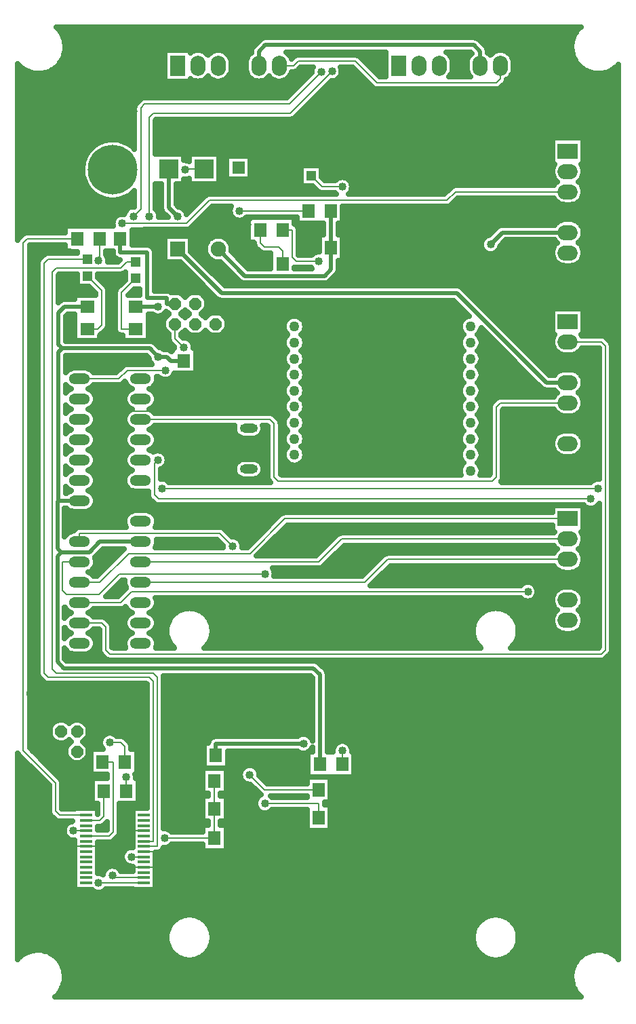
<source format=gbr>
G04 DipTrace 4.0.0.3*
G04 1 - Top.gbr*
%MOIN*%
G04 #@! TF.FileFunction,Copper,L1,Top*
G04 #@! TF.Part,Single*
%AMOUTLINE0*
4,1,8,
0.03,0.012427,
0.012427,0.03,
-0.012427,0.03,
-0.03,0.012427,
-0.03,-0.012427,
-0.012427,-0.03,
0.012427,-0.03,
0.03,-0.012427,
0.03,0.012427,
0*%
%AMOUTLINE3*
4,1,8,
0.011888,-0.028701,
0.028701,-0.011888,
0.028701,0.011888,
0.011888,0.028701,
-0.011888,0.028701,
-0.028701,0.011888,
-0.028701,-0.011888,
-0.011888,-0.028701,
0.011888,-0.028701,
0*%
G04 #@! TA.AperFunction,Conductor*
%ADD15C,0.019685*%
%ADD16C,0.007874*%
G04 #@! TA.AperFunction,CopperBalancing*
%ADD17C,0.025*%
%ADD18R,0.062992X0.070866*%
%ADD21R,0.094488X0.094488*%
G04 #@! TA.AperFunction,ComponentPad*
%ADD22R,0.074803X0.098425*%
%ADD23O,0.074803X0.098425*%
%ADD25R,0.059055X0.015748*%
%ADD27R,0.047244X0.047244*%
G04 #@! TA.AperFunction,ComponentPad*
%ADD28R,0.098425X0.074803*%
%ADD29O,0.098425X0.074803*%
%ADD31O,0.088X0.044*%
%ADD32R,0.070866X0.062992*%
G04 #@! TA.AperFunction,ComponentPad*
%ADD33R,0.062992X0.062992*%
%ADD34C,0.062992*%
%ADD35R,0.074803X0.074803*%
%ADD36C,0.074803*%
%ADD37C,0.244094*%
%ADD39C,0.126614*%
%ADD40C,0.05*%
%ADD41O,0.104X0.052*%
G04 #@! TA.AperFunction,ViaPad*
%ADD42C,0.04*%
G04 #@! TA.AperFunction,ComponentPad*
%ADD95OUTLINE0*%
%ADD98OUTLINE3*%
%FSLAX26Y26*%
G04*
G70*
G90*
G75*
G01*
G04 Top*
%LPD*%
X1218062Y4106841D2*
D15*
X1435156Y3889747D1*
X2591404D1*
X3030560Y3450591D1*
X3136811D1*
X1837765Y1676428D2*
X1405560D1*
Y1619341D1*
X1218060Y4267396D2*
X1174311Y4311146D1*
Y4500591D1*
X1718060Y5006841D2*
D16*
X1788136D1*
X1810731Y5029436D1*
X2090450D1*
X2197694Y4922192D1*
X2785875D1*
X2805560Y4941877D1*
Y5006841D1*
X1918060Y1575591D2*
D15*
Y2016361D1*
X1886564Y2047857D1*
X658466D1*
X626970Y2079353D1*
Y2597310D1*
X646655Y2616995D1*
X626970Y2636680D1*
Y2864652D1*
X631659Y2869341D1*
Y3598814D1*
X651344Y3618499D1*
X631659Y3638184D1*
Y3791831D1*
X663155Y3823327D1*
X774311D1*
X1205562Y3838091D2*
X1164911D1*
Y3864983D1*
X1068899D1*
Y4089617D1*
X936810D1*
Y4156841D1*
X2757371Y4129038D2*
X2816425Y4188092D1*
X3136812D1*
X646655Y2616995D2*
X784293D1*
X836639Y2669341D1*
X1036811D1*
X1249310Y3556841D2*
X1184068D1*
X1164064Y3576845D1*
X1122411D1*
X1972046Y4294341D2*
Y4113092D1*
X1122411Y3823329D2*
X1068903D1*
X1068899Y3823327D1*
X1011811D1*
X631659Y2869341D2*
X736811D1*
X1618060Y5006841D2*
Y5077707D1*
X1649556Y5109203D1*
X2674064D1*
X2705560Y5077707D1*
Y5006841D1*
X1122411Y3576845D2*
X1080757Y3618499D1*
X651344D1*
X1972046Y4113092D2*
Y4006252D1*
X1940549Y3974755D1*
X1550148D1*
X1418062Y4106841D1*
X855560Y1444341D2*
D16*
Y1319688D1*
X835873Y1300000D1*
X768060D1*
X1405562Y3838091D2*
X1467375D1*
Y3687601D1*
X1359546Y3556841D2*
Y3330772D1*
X1339864Y3311089D1*
X969060D1*
X949375Y3291404D1*
Y2869341D1*
X849375Y2769341D1*
X736811D1*
X1518060Y5006841D2*
Y4939322D1*
X1498375Y4919636D1*
X1037105D1*
X899310Y4781841D1*
X1359546Y3330772D2*
X1712945D1*
X1732627Y3311089D1*
Y3077362D1*
X1793060Y3016929D1*
X1053493Y1248819D2*
X1008218D1*
X988533Y1229134D1*
Y1224566D1*
X920584Y1156617D1*
X905154Y1172047D1*
X768060D1*
X920584Y1156617D2*
X900899Y1136932D1*
Y1089373D1*
X920587Y1069685D1*
X1053493D1*
X1624310Y4031844D2*
X1561001D1*
Y4226971D1*
X1504619D1*
X1469927Y4192278D1*
X1318060D1*
X1298375Y4211963D1*
X1047046D1*
Y4156841D1*
X2029627Y4941877D2*
X1756875Y4669125D1*
X1714911D1*
X1053493Y1069685D2*
X1098770D1*
X1118458Y1089373D1*
Y1126770D1*
X1489860D1*
X1509546Y1146457D1*
Y1213092D1*
Y1356841D1*
X1318060Y4192278D2*
Y4159999D1*
X1318062Y4159997D1*
Y4106841D1*
X949375Y2869341D2*
X1036811D1*
X1467375Y3687601D2*
Y3576526D1*
X1447690Y3556841D1*
X1359546D1*
X768060Y1172047D2*
X558564D1*
X538877Y1191735D1*
Y1451084D1*
X2022046Y1313092D2*
Y1450591D1*
X1509546Y1213092D2*
X2002360D1*
X2022046Y1232778D1*
Y1313092D1*
X1118458Y1126770D2*
X1098772Y1146457D1*
X1053493D1*
X1561001Y4226971D2*
X1596749Y4262719D1*
X1781793D1*
X1801478Y4243034D1*
Y4113092D1*
X1861810D1*
X1714911Y4669125D2*
X1755778D1*
X1874311Y4550592D1*
X1509546Y1494341D2*
X1515797D1*
Y1619341D1*
X1509546Y1356841D2*
Y1494341D1*
X829745Y4049282D2*
X834546Y4054083D1*
Y4156841D1*
X884836Y1682542D2*
X939861D1*
X959546Y1662857D1*
Y1588092D1*
X1036811Y2469341D2*
X2138545D1*
X2251045Y2581841D1*
X3136811D1*
X1249340Y3624085D2*
X1205562Y3667864D1*
Y3738091D1*
X768060Y1325591D2*
X637619D1*
X617934Y1345276D1*
Y1484865D1*
X459820Y1642979D1*
Y4137156D1*
X479505Y4156841D1*
X724310D1*
X768060Y1223228D2*
X883119D1*
X902804Y1242913D1*
Y1588092D1*
X849311D1*
X1120623Y3069341D2*
X1104560Y3053278D1*
Y2898652D1*
X1124245Y2878967D1*
X3249332D1*
X1925115Y4977625D2*
X1767387Y4819896D1*
X1056793D1*
X1037108Y4800211D1*
Y4303318D1*
X1001186Y4267396D1*
X1976927Y4978514D2*
X1771546Y4773134D1*
X1098743D1*
X1079056Y4753448D1*
Y4267396D1*
X736811Y2269341D2*
X846080D1*
X865766Y2249655D1*
Y2136172D1*
X885451Y2116487D1*
X3301143D1*
X3320828Y2136172D1*
Y3630904D1*
X3301142Y3650591D1*
X3136811D1*
X2940175Y2423495D2*
X992013D1*
X937860Y2369341D1*
X736811D1*
X3136811Y2781841D2*
X1745108D1*
X1574356Y2611089D1*
X977804D1*
X836056Y2469341D1*
X736811D1*
X1036811Y3269341D2*
X1673396D1*
X1693083Y3249655D1*
Y2986211D1*
X1712768Y2966526D1*
X2765920D1*
X2785606Y2986213D1*
Y3330906D1*
X2805291Y3350591D1*
X3136811D1*
X1910706Y4045845D2*
X1801478D1*
X1781793Y4065530D1*
Y4200591D1*
X1734546D1*
X2028297Y4412483D2*
X1929743D1*
X1874311Y4467915D1*
X2028297Y1642837D2*
Y1575591D1*
X1011811Y3713091D2*
X942722D1*
Y3892575D1*
X1011811Y3961664D1*
X774311Y3713091D2*
X825493D1*
X845178Y3732776D1*
Y3903297D1*
X774311Y3974164D1*
X1253808Y4495621D2*
X1258778Y4500591D1*
X1347539D1*
X946115Y4231648D2*
X1261119D1*
X1374993Y4345522D1*
X2541131D1*
X2583701Y4388092D1*
X3136812D1*
X1624310Y4200591D2*
Y4136190D1*
X1643995Y4116505D1*
X1714860D1*
X1734546Y4096819D1*
Y4031844D1*
X1140308Y2930778D2*
X3285080D1*
X1158159Y3511089D2*
X970249D1*
X928501Y3469341D1*
X736811D1*
X1523025Y4294341D2*
X1861810D1*
X965797Y1511585D2*
Y1444341D1*
X1011811Y4044341D2*
X968155D1*
X937348Y4013534D1*
X621064D1*
X601379Y3993849D1*
Y2041951D1*
X621064Y2022266D1*
X1098773D1*
X1118458Y2002581D1*
Y1172047D1*
X1053493D1*
X1036811Y2569341D2*
X1912556D1*
X2025056Y2681841D1*
X3136811D1*
X774311Y4056841D2*
X581694D1*
X562009Y4037156D1*
Y2022266D1*
X581694Y2002581D1*
X1079088D1*
X1098773Y1982896D1*
Y1197638D1*
X1053493D1*
X897533Y1028664D2*
X907693Y1018504D1*
X1053493D1*
Y992913D2*
X829403Y992916D1*
X768060Y1248819D2*
X706722Y1248822D1*
X1053493Y1120866D2*
X992155Y1120865D1*
X1399310Y1213092D2*
X1154206Y1213089D1*
X1399310Y1356841D2*
Y1213092D1*
X1399311Y1494341D2*
X1399310Y1356841D1*
X1488627Y2646837D2*
X1424375Y2711089D1*
X736811D1*
Y2669341D1*
X1572856Y1524412D2*
X1646676Y1450591D1*
X1911811D1*
X1647497Y1383349D2*
X1911811D1*
Y1313092D1*
X1647497Y2511089D2*
X932647D1*
X832647Y2411089D1*
X672245D1*
X652560Y2430774D1*
Y2569341D1*
X736811D1*
D42*
X1837765Y1676428D3*
X1218060Y4267396D3*
X2757371Y4129038D3*
X1122411Y3576845D3*
Y3823329D3*
X2029627Y4941877D3*
X1714911Y4669125D3*
X1467375Y3687601D3*
X1561001Y4226971D3*
X829745Y4049282D3*
X884836Y1682542D3*
X1249340Y3624085D3*
X3249332Y2878967D3*
X1120623Y3069341D3*
X1001186Y4267396D3*
X1925115Y4977625D3*
X1079056Y4267396D3*
X1976927Y4978514D3*
X2940175Y2423495D3*
X1910706Y4045845D3*
X2028297Y4412483D3*
Y1642837D3*
X1253808Y4495621D3*
X946115Y4231648D3*
X3285080Y2930778D3*
X1140308D3*
X1158159Y3511089D3*
X1523025Y4294341D3*
X965797Y1511585D3*
X897533Y1028664D3*
X829403Y992916D3*
X1154206Y1213089D3*
X992155Y1120865D3*
X706722Y1248822D3*
X1488627Y2646837D3*
X1572856Y1524412D3*
X1647497Y1383349D3*
Y2511089D3*
X644949Y5172867D2*
D17*
X3176350D1*
X658261Y5147999D2*
X3163037D1*
X665510Y5123130D2*
X1609612D1*
X2714030D2*
X3155753D1*
X667770Y5098261D2*
X1585605D1*
X2738037D2*
X3153528D1*
X665223Y5073392D2*
X1151657D1*
X1353517D2*
X1382608D1*
X1453526D2*
X1579217D1*
X2744388D2*
X2770105D1*
X2841025D2*
X3156076D1*
X657580Y5048524D2*
X1151657D1*
X1477031D2*
X1559087D1*
X2116882D2*
X2239163D1*
X2564537D2*
X2646592D1*
X2864529D2*
X3163684D1*
X643836Y5023655D2*
X1151657D1*
X1484244D2*
X1551873D1*
X2141749D2*
X2239163D1*
X2571749D2*
X2639379D1*
X2871741D2*
X3177463D1*
X434703Y4998786D2*
X448112D1*
X620906D2*
X1151657D1*
X1484459D2*
X1551657D1*
X1825610D2*
X1881218D1*
X2021251D2*
X2075567D1*
X2166617D2*
X2239163D1*
X2571965D2*
X2639164D1*
X2871957D2*
X3200357D1*
X3373151D2*
X3384227D1*
X434703Y4973917D2*
X494186D1*
X574866D2*
X1151657D1*
X1480870D2*
X1555247D1*
X1780862D2*
X1875871D1*
X2025701D2*
X2100434D1*
X2191486D2*
X2239163D1*
X2568377D2*
X2642752D1*
X2868369D2*
X3246432D1*
X3327076D2*
X3384227D1*
X434703Y4949049D2*
X1151657D1*
X1464938D2*
X1571215D1*
X1764929D2*
X1851004D1*
X2015402D2*
X2125303D1*
X2852436D2*
X3384227D1*
X434703Y4924180D2*
X1826136D1*
X1968142D2*
X2150171D1*
X2832807D2*
X3384227D1*
X434703Y4899311D2*
X1801268D1*
X1943274D2*
X2175146D1*
X2808442D2*
X3384227D1*
X434703Y4874442D2*
X1776400D1*
X1918370D2*
X3384227D1*
X434703Y4849573D2*
X1047556D1*
X1893503D2*
X3384227D1*
X434703Y4824705D2*
X1016051D1*
X1868635D2*
X3384227D1*
X434703Y4799836D2*
X1004173D1*
X1843768D2*
X3384227D1*
X434703Y4774967D2*
X1004173D1*
X1818899D2*
X3384227D1*
X434703Y4750098D2*
X1004173D1*
X1793924D2*
X3384227D1*
X434703Y4725230D2*
X1004173D1*
X1111982D2*
X3384227D1*
X434703Y4700361D2*
X1004173D1*
X1111982D2*
X3384227D1*
X434703Y4675492D2*
X1004173D1*
X1111982D2*
X3384227D1*
X434703Y4650623D2*
X1004173D1*
X1111982D2*
X3058614D1*
X3215009D2*
X3384227D1*
X434703Y4625755D2*
X825182D1*
X973432D2*
X1004173D1*
X1111982D2*
X3058614D1*
X3215009D2*
X3384227D1*
X434703Y4600886D2*
X792026D1*
X1111982D2*
X3058614D1*
X3215009D2*
X3384227D1*
X434703Y4576017D2*
X771895D1*
X1111982D2*
X3058614D1*
X3215009D2*
X3384227D1*
X434703Y4551148D2*
X759049D1*
X1250530D2*
X1271295D1*
X1423778D2*
X1457570D1*
X1578547D2*
X3058614D1*
X3215009D2*
X3384227D1*
X434703Y4526280D2*
X751476D1*
X1423778D2*
X1457570D1*
X1578547D2*
X3058614D1*
X3215009D2*
X3384227D1*
X434703Y4501411D2*
X748391D1*
X1423778D2*
X1457570D1*
X1578547D2*
X1821686D1*
X1926911D2*
X3060014D1*
X3213610D2*
X3384227D1*
X434703Y4476542D2*
X749503D1*
X1423778D2*
X1457570D1*
X1578547D2*
X1821686D1*
X1926911D2*
X3059655D1*
X3213969D2*
X3384227D1*
X434703Y4451673D2*
X754921D1*
X1423778D2*
X1457570D1*
X1578547D2*
X1821686D1*
X1936097D2*
X2000785D1*
X2055807D2*
X3069990D1*
X3203634D2*
X3384227D1*
X434703Y4426804D2*
X765184D1*
X1111982D2*
X1135474D1*
X1213139D2*
X1821686D1*
X2075041D2*
X3071676D1*
X3201948D2*
X3384227D1*
X434703Y4401936D2*
X781547D1*
X1111982D2*
X1135474D1*
X1213139D2*
X1894747D1*
X2076081D2*
X2552001D1*
X3213503D2*
X3384227D1*
X434703Y4377067D2*
X807312D1*
X991303D2*
X1004173D1*
X1111982D2*
X1135474D1*
X1213139D2*
X1995689D1*
X2060903D2*
X2527134D1*
X3214041D2*
X3384227D1*
X434703Y4352198D2*
X858160D1*
X940454D2*
X1004173D1*
X1111982D2*
X1135474D1*
X1213139D2*
X1336138D1*
X2593352D2*
X3069631D1*
X3203993D2*
X3384227D1*
X434703Y4327329D2*
X1004173D1*
X1111982D2*
X1135474D1*
X1213139D2*
X1311270D1*
X2568484D2*
X3102752D1*
X3170873D2*
X3384227D1*
X434703Y4302461D2*
X968146D1*
X1112089D2*
X1136514D1*
X1251104D2*
X1286402D1*
X1377453D2*
X1474759D1*
X2032518D2*
X3384227D1*
X434703Y4277592D2*
X936495D1*
X1126909D2*
X1153990D1*
X1352584D2*
X1477163D1*
X2032518D2*
X3384227D1*
X434703Y4252723D2*
X902190D1*
X1327717D2*
X1499806D1*
X1546252D2*
X1563823D1*
X2032518D2*
X3384227D1*
X434703Y4227854D2*
X897274D1*
X1302849D2*
X1563823D1*
X1797799D2*
X1933214D1*
X2010881D2*
X3072501D1*
X3201122D2*
X3384227D1*
X434703Y4202986D2*
X663811D1*
X1273819D2*
X1563823D1*
X1814630D2*
X1933214D1*
X2010881D2*
X2777427D1*
X3213252D2*
X3384227D1*
X434703Y4178117D2*
X455252D1*
X997295D2*
X1563823D1*
X1814738D2*
X1933214D1*
X2010881D2*
X2752558D1*
X3214220D2*
X3384227D1*
X997295Y4153248D2*
X1151657D1*
X1284441D2*
X1371627D1*
X1464471D2*
X1563823D1*
X1814738D2*
X1911541D1*
X2032518D2*
X2715167D1*
X3204675D2*
X3384227D1*
X997295Y4128379D2*
X1151657D1*
X1284441D2*
X1355407D1*
X1480727D2*
X1592387D1*
X1814738D2*
X1911541D1*
X2032518D2*
X2708385D1*
X2810594D2*
X3072896D1*
X3200728D2*
X3384227D1*
X492764Y4103510D2*
X663811D1*
X1104984D2*
X1151657D1*
X1284441D2*
X1351747D1*
X1484352D2*
X1611441D1*
X1814738D2*
X1911541D1*
X2032518D2*
X2716028D1*
X2798718D2*
X3060480D1*
X3213144D2*
X3384227D1*
X492764Y4078642D2*
X557953D1*
X868291D2*
X899678D1*
X1107747D2*
X1151657D1*
X1300157D2*
X1358243D1*
X1500140D2*
X1674059D1*
X1814738D2*
X1875261D1*
X2032518D2*
X3059297D1*
X3214328D2*
X3384227D1*
X492764Y4053773D2*
X534018D1*
X878518D2*
X928349D1*
X1107747D2*
X1151657D1*
X1325025D2*
X1379988D1*
X1525008D2*
X1674059D1*
X2032518D2*
X3068591D1*
X3205034D2*
X3384227D1*
X492764Y4028904D2*
X529067D1*
X1107747D2*
X1242121D1*
X1349894D2*
X1442104D1*
X1549875D2*
X1674059D1*
X2010881D2*
X3098446D1*
X3175178D2*
X3384227D1*
X492764Y4004035D2*
X529067D1*
X1107747D2*
X1266988D1*
X1374761D2*
X1466971D1*
X2010808D2*
X3384227D1*
X492764Y3979167D2*
X529067D1*
X634291D2*
X721693D1*
X826917D2*
X959210D1*
X1107747D2*
X1291857D1*
X1399629D2*
X1491839D1*
X1998858D2*
X3384227D1*
X492764Y3954298D2*
X529067D1*
X634291D2*
X721693D1*
X839728D2*
X958923D1*
X1107747D2*
X1316724D1*
X1424496D2*
X1516707D1*
X1973991D2*
X3384227D1*
X492764Y3929429D2*
X529067D1*
X634291D2*
X721693D1*
X864596D2*
X934055D1*
X1107747D2*
X1341592D1*
X1449365D2*
X3384227D1*
X492764Y3904560D2*
X529067D1*
X634291D2*
X798377D1*
X878088D2*
X912238D1*
X1000238D2*
X1030081D1*
X1107747D2*
X1366459D1*
X2630492D2*
X3384227D1*
X492764Y3879692D2*
X529067D1*
X634291D2*
X709887D1*
X878123D2*
X909798D1*
X1246367D2*
X1264764D1*
X1346341D2*
X1391327D1*
X2655360D2*
X3384227D1*
X492764Y3854823D2*
X529067D1*
X634291D2*
X642531D1*
X878123D2*
X909798D1*
X1364211D2*
X1422618D1*
X2680228D2*
X3384227D1*
X492764Y3829954D2*
X529067D1*
X878123D2*
X909798D1*
X1364570D2*
X2597323D1*
X2705096D2*
X3384227D1*
X492764Y3805085D2*
X529067D1*
X878123D2*
X909798D1*
X1354953D2*
X2622190D1*
X2729963D2*
X3058614D1*
X3215009D2*
X3384227D1*
X492764Y3780217D2*
X529067D1*
X673942D2*
X709887D1*
X878123D2*
X909798D1*
X1076240D2*
X1102496D1*
X1142303D2*
X1165293D1*
X1245829D2*
X1265302D1*
X1345839D2*
X1365311D1*
X1445812D2*
X2647059D1*
X2754831D2*
X3058614D1*
X3215009D2*
X3384227D1*
X492764Y3755348D2*
X529067D1*
X670497D2*
X709887D1*
X878123D2*
X909798D1*
X1076240D2*
X1147028D1*
X1464113D2*
X1748555D1*
X1837596D2*
X2614692D1*
X2779698D2*
X3058614D1*
X3215009D2*
X3384227D1*
X492764Y3730479D2*
X529067D1*
X670497D2*
X709887D1*
X878016D2*
X909798D1*
X1076240D2*
X1146562D1*
X1464543D2*
X1739297D1*
X1846818D2*
X2605433D1*
X2804567D2*
X3058614D1*
X3215009D2*
X3384227D1*
X492764Y3705610D2*
X529067D1*
X670497D2*
X709887D1*
X863555D2*
X910731D1*
X1076240D2*
X1155640D1*
X1455465D2*
X1743100D1*
X1843013D2*
X2609236D1*
X2709151D2*
X2721661D1*
X2829434D2*
X3058614D1*
X3215009D2*
X3384227D1*
X492764Y3680741D2*
X529067D1*
X670497D2*
X709887D1*
X838723D2*
X947369D1*
X1076240D2*
X1172650D1*
X1238509D2*
X1751783D1*
X1834329D2*
X2617921D1*
X2700466D2*
X2746530D1*
X2854302D2*
X3066150D1*
X3307735D2*
X3384227D1*
X492764Y3655873D2*
X529067D1*
X670497D2*
X709887D1*
X838723D2*
X947369D1*
X1076240D2*
X1175089D1*
X1285768D2*
X1739870D1*
X1846243D2*
X2606007D1*
X2712381D2*
X2771398D1*
X2879169D2*
X3058829D1*
X3341394D2*
X3384227D1*
X492764Y3631004D2*
X529067D1*
X1122136D2*
X1196871D1*
X1297825D2*
X1741556D1*
X1844556D2*
X2607694D1*
X2710693D2*
X2796265D1*
X2904037D2*
X3061701D1*
X3353774D2*
X3384227D1*
X492764Y3606135D2*
X529067D1*
X1309811D2*
X1755839D1*
X1830274D2*
X2621975D1*
X2696412D2*
X2821133D1*
X2928906D2*
X3076592D1*
X3197031D2*
X3287915D1*
X3353774D2*
X3384227D1*
X492764Y3581266D2*
X529067D1*
X670497D2*
X1064100D1*
X1309811D2*
X1740768D1*
X1845346D2*
X2606904D1*
X2711483D2*
X2846000D1*
X2953773D2*
X3287915D1*
X3353774D2*
X3384227D1*
X492764Y3556398D2*
X529067D1*
X670497D2*
X1078167D1*
X1309811D2*
X1740408D1*
X1845705D2*
X2606546D1*
X2711841D2*
X2870869D1*
X2978640D2*
X3287915D1*
X3353774D2*
X3384227D1*
X492764Y3531529D2*
X529067D1*
X670497D2*
X945143D1*
X1309811D2*
X1754332D1*
X1831782D2*
X2620469D1*
X2697954D2*
X2895736D1*
X3003508D2*
X3287915D1*
X3353774D2*
X3384227D1*
X492764Y3506660D2*
X529067D1*
X802228D2*
X920276D1*
X1309811D2*
X1742059D1*
X1844054D2*
X2608196D1*
X2710192D2*
X2920604D1*
X3028377D2*
X3091879D1*
X3181745D2*
X3287915D1*
X3353774D2*
X3384227D1*
X492764Y3481791D2*
X529067D1*
X1196776D2*
X1739619D1*
X1846495D2*
X2605756D1*
X2712631D2*
X2945471D1*
X3206864D2*
X3287915D1*
X3353774D2*
X3384227D1*
X492764Y3456923D2*
X529067D1*
X1116323D2*
X1750564D1*
X1835550D2*
X2616736D1*
X2701686D2*
X2970340D1*
X3214686D2*
X3287915D1*
X3353774D2*
X3384227D1*
X492764Y3432054D2*
X529067D1*
X802265D2*
X971375D1*
X1102256D2*
X1743745D1*
X1842367D2*
X2609883D1*
X2708541D2*
X2995207D1*
X3212282D2*
X3287915D1*
X3353774D2*
X3384227D1*
X492764Y3407185D2*
X529067D1*
X801690D2*
X971949D1*
X1101682D2*
X1739189D1*
X1846925D2*
X2605325D1*
X2713062D2*
X3075623D1*
X3198000D2*
X3287915D1*
X3353774D2*
X3384227D1*
X492764Y3382316D2*
X529067D1*
X816188D2*
X957451D1*
X1116180D2*
X1747550D1*
X1838564D2*
X2613686D1*
X2704701D2*
X3067047D1*
X3206577D2*
X3287915D1*
X3353774D2*
X3384227D1*
X492764Y3357448D2*
X529067D1*
X816438D2*
X957201D1*
X1116430D2*
X1745864D1*
X1840251D2*
X2612000D1*
X2706387D2*
X2766625D1*
X3214651D2*
X3287915D1*
X3353774D2*
X3384227D1*
X492764Y3332579D2*
X529067D1*
X802768D2*
X970836D1*
X1102795D2*
X1739081D1*
X1847033D2*
X2605218D1*
X2713205D2*
X2752738D1*
X3212427D2*
X3287915D1*
X3353774D2*
X3384227D1*
X492764Y3307710D2*
X529067D1*
X801117D2*
X972487D1*
X1101144D2*
X1745110D1*
X1841041D2*
X2611247D1*
X2707177D2*
X2752665D1*
X2818525D2*
X3075121D1*
X3198503D2*
X3287915D1*
X3353774D2*
X3384227D1*
X492764Y3282841D2*
X529067D1*
X816045D2*
X957596D1*
X1705434D2*
X1748483D1*
X1837631D2*
X2614619D1*
X2703768D2*
X2752665D1*
X2818525D2*
X3287915D1*
X3353774D2*
X3384227D1*
X492764Y3257972D2*
X529067D1*
X816547D2*
X957056D1*
X1724848D2*
X1739297D1*
X1846818D2*
X2605433D1*
X2712954D2*
X2752665D1*
X2818525D2*
X3287915D1*
X3353774D2*
X3384227D1*
X492764Y3233104D2*
X529067D1*
X803306D2*
X970335D1*
X1103297D2*
X1495643D1*
X1640483D2*
X1660136D1*
X1725996D2*
X1743136D1*
X1842978D2*
X2609273D1*
X2709114D2*
X2752665D1*
X2818525D2*
X3287915D1*
X3353774D2*
X3384227D1*
X492764Y3208235D2*
X529067D1*
X800579D2*
X973062D1*
X1100570D2*
X1498298D1*
X1637828D2*
X1660136D1*
X1725996D2*
X1751748D1*
X1834402D2*
X2617885D1*
X2700538D2*
X2752665D1*
X2818525D2*
X3094929D1*
X3178696D2*
X3287915D1*
X3353774D2*
X3384227D1*
X492764Y3183366D2*
X529067D1*
X815900D2*
X957739D1*
X1115892D2*
X1519720D1*
X1616406D2*
X1660136D1*
X1725996D2*
X1739870D1*
X1846280D2*
X2606007D1*
X2712416D2*
X2752665D1*
X2818525D2*
X3067657D1*
X3205967D2*
X3287915D1*
X3353774D2*
X3384227D1*
X492764Y3158497D2*
X529067D1*
X816655D2*
X956949D1*
X1116682D2*
X1660136D1*
X1725996D2*
X1741593D1*
X1844521D2*
X2607730D1*
X2710657D2*
X2752665D1*
X2818525D2*
X3059081D1*
X3214508D2*
X3287915D1*
X3353774D2*
X3384227D1*
X492764Y3133629D2*
X529067D1*
X803772D2*
X969832D1*
X1103799D2*
X1660136D1*
X1725996D2*
X1755768D1*
X1830346D2*
X2621904D1*
X2696483D2*
X2752665D1*
X2818525D2*
X3060911D1*
X3212713D2*
X3287915D1*
X3353774D2*
X3384227D1*
X492764Y3108760D2*
X529067D1*
X799969D2*
X973635D1*
X1147757D2*
X1660136D1*
X1725996D2*
X1740768D1*
X1845346D2*
X2606904D1*
X2711518D2*
X2752665D1*
X2818525D2*
X3074188D1*
X3199436D2*
X3287915D1*
X3353774D2*
X3384227D1*
X492764Y3083891D2*
X529067D1*
X815757D2*
X957882D1*
X1167278D2*
X1660136D1*
X1725996D2*
X1740445D1*
X1845705D2*
X2606581D1*
X2711841D2*
X2752665D1*
X2818525D2*
X3287915D1*
X3353774D2*
X3384227D1*
X492764Y3059022D2*
X529067D1*
X816762D2*
X956841D1*
X1168463D2*
X1508453D1*
X1627673D2*
X1660136D1*
X1725996D2*
X1754404D1*
X1831747D2*
X2620541D1*
X2697883D2*
X2752665D1*
X2818525D2*
X3287915D1*
X3353774D2*
X3384227D1*
X492764Y3034154D2*
X529067D1*
X804274D2*
X969365D1*
X1153499D2*
X1495822D1*
X1640304D2*
X1660136D1*
X1725996D2*
X2608160D1*
X2710227D2*
X2752665D1*
X2818525D2*
X3287915D1*
X3353774D2*
X3384227D1*
X492764Y3009285D2*
X529067D1*
X799358D2*
X974245D1*
X1137495D2*
X1497903D1*
X1638223D2*
X1660136D1*
X1725996D2*
X2605791D1*
X2712631D2*
X2752665D1*
X2818525D2*
X3287915D1*
X3353774D2*
X3384227D1*
X492764Y2984416D2*
X529067D1*
X815577D2*
X958026D1*
X1137495D2*
X1517963D1*
X1618164D2*
X1660207D1*
X2818490D2*
X3287915D1*
X3353774D2*
X3384227D1*
X492764Y2959547D2*
X529067D1*
X816870D2*
X956734D1*
X3353774D2*
X3384227D1*
X492764Y2934678D2*
X529067D1*
X804740D2*
X968899D1*
X3353774D2*
X3384227D1*
X492764Y2909810D2*
X529067D1*
X798748D2*
X1071635D1*
X3353774D2*
X3384227D1*
X492764Y2884941D2*
X529067D1*
X815434D2*
X1074900D1*
X3353774D2*
X3384227D1*
X492764Y2860072D2*
X529067D1*
X816978D2*
X1097615D1*
X3353774D2*
X3384227D1*
X492764Y2835203D2*
X529067D1*
X805172D2*
X3058614D1*
X3215009D2*
X3231146D1*
X3267508D2*
X3287915D1*
X3353774D2*
X3384227D1*
X492764Y2810335D2*
X529067D1*
X665797D2*
X975537D1*
X1098094D2*
X1731940D1*
X3215009D2*
X3287915D1*
X3353774D2*
X3384227D1*
X492764Y2785466D2*
X529067D1*
X665797D2*
X958349D1*
X1115282D2*
X1703197D1*
X3215009D2*
X3287915D1*
X3353774D2*
X3384227D1*
X492764Y2760597D2*
X529067D1*
X665797D2*
X956555D1*
X1117076D2*
X1678329D1*
X3215009D2*
X3287915D1*
X3353774D2*
X3384227D1*
X492764Y2735728D2*
X529067D1*
X665797D2*
X716454D1*
X1444735D2*
X1653462D1*
X1744512D2*
X3058614D1*
X3215009D2*
X3287915D1*
X3353774D2*
X3384227D1*
X492764Y2710860D2*
X529067D1*
X665797D2*
X676163D1*
X1470142D2*
X1628593D1*
X1719644D2*
X2013416D1*
X3208049D2*
X3287915D1*
X3353774D2*
X3384227D1*
X492764Y2685991D2*
X529067D1*
X1516181D2*
X1603726D1*
X1694776D2*
X1983668D1*
X3214866D2*
X3287915D1*
X3353774D2*
X3384227D1*
X492764Y2661122D2*
X529067D1*
X1117148D2*
X1428827D1*
X1535379D2*
X1578858D1*
X1669908D2*
X1958801D1*
X3211564D2*
X3287915D1*
X3353774D2*
X3384227D1*
X492764Y2636253D2*
X529067D1*
X1645041D2*
X1933932D1*
X2025018D2*
X3077740D1*
X3195883D2*
X3287915D1*
X3353774D2*
X3384227D1*
X492764Y2611385D2*
X529067D1*
X832551D2*
X932584D1*
X1620173D2*
X1909064D1*
X2000151D2*
X2241244D1*
X3207761D2*
X3287915D1*
X3353774D2*
X3384227D1*
X492764Y2586516D2*
X529067D1*
X814932D2*
X907680D1*
X1975247D2*
X2210169D1*
X3214831D2*
X3287915D1*
X3353774D2*
X3384227D1*
X492764Y2561647D2*
X529067D1*
X817228D2*
X882812D1*
X1950379D2*
X2185301D1*
X3211744D2*
X3287915D1*
X3353774D2*
X3384227D1*
X492764Y2536778D2*
X529067D1*
X806499D2*
X857945D1*
X1688748D2*
X2160433D1*
X2251520D2*
X3077202D1*
X3196421D2*
X3287915D1*
X3353774D2*
X3384227D1*
X492764Y2511909D2*
X529067D1*
X796021D2*
X833077D1*
X1696499D2*
X2135566D1*
X2226652D2*
X3287915D1*
X3353774D2*
X3384227D1*
X492764Y2487041D2*
X529067D1*
X2201783D2*
X3287915D1*
X3353774D2*
X3384227D1*
X492764Y2462172D2*
X529067D1*
X929259D2*
X956303D1*
X2176916D2*
X2911885D1*
X2968486D2*
X3287915D1*
X3353774D2*
X3384227D1*
X492764Y2437303D2*
X529067D1*
X904391D2*
X960286D1*
X2987073D2*
X3090766D1*
X3182857D2*
X3287915D1*
X3353774D2*
X3384227D1*
X492764Y2412434D2*
X529067D1*
X879524D2*
X935419D1*
X2987827D2*
X3066402D1*
X3207223D2*
X3287915D1*
X3353774D2*
X3384227D1*
X492764Y2387566D2*
X529067D1*
X1114529D2*
X2908152D1*
X2972181D2*
X3058866D1*
X3214759D2*
X3287915D1*
X3353774D2*
X3384227D1*
X492764Y2362697D2*
X529067D1*
X1117364D2*
X3061556D1*
X3212067D2*
X3287915D1*
X3353774D2*
X3384227D1*
X492764Y2337828D2*
X529067D1*
X807289D2*
X966315D1*
X1107281D2*
X1244633D1*
X1307908D2*
X2750549D1*
X2813824D2*
X3076198D1*
X3197427D2*
X3287915D1*
X3353774D2*
X3384227D1*
X492764Y2312959D2*
X529067D1*
X665797D2*
X679098D1*
X794513D2*
X979089D1*
X1094505D2*
X1199203D1*
X1353339D2*
X2705119D1*
X2859253D2*
X3066688D1*
X3206936D2*
X3287915D1*
X3353774D2*
X3384227D1*
X492764Y2288091D2*
X529067D1*
X872849D2*
X959282D1*
X1114349D2*
X1178714D1*
X1373828D2*
X2684630D1*
X2879744D2*
X3058902D1*
X3214723D2*
X3287915D1*
X3353774D2*
X3384227D1*
X492764Y2263222D2*
X529067D1*
X895492D2*
X956160D1*
X1117436D2*
X1167589D1*
X1384953D2*
X2673505D1*
X2890867D2*
X3061378D1*
X3212247D2*
X3287915D1*
X3353774D2*
X3384227D1*
X492764Y2238353D2*
X529067D1*
X807684D2*
X831534D1*
X898685D2*
X965957D1*
X1107675D2*
X1162996D1*
X1389581D2*
X2668877D1*
X2895461D2*
X3075696D1*
X3197929D2*
X3287915D1*
X3353774D2*
X3384227D1*
X492764Y2213484D2*
X529067D1*
X665797D2*
X679924D1*
X793724D2*
X832825D1*
X898685D2*
X979915D1*
X1093717D2*
X1164073D1*
X1388505D2*
X2669953D1*
X2894420D2*
X3287915D1*
X3353774D2*
X3384227D1*
X492764Y2188615D2*
X529067D1*
X814142D2*
X832825D1*
X898685D2*
X959497D1*
X1114134D2*
X1170999D1*
X1381579D2*
X2676878D1*
X2887459D2*
X3287915D1*
X3353774D2*
X3384227D1*
X492764Y2163747D2*
X529067D1*
X817516D2*
X832825D1*
X898685D2*
X956123D1*
X1117508D2*
X1185136D1*
X1367404D2*
X2691052D1*
X2873320D2*
X3287915D1*
X3353774D2*
X3384227D1*
X492764Y2138878D2*
X529067D1*
X808042D2*
X832825D1*
X3353774D2*
X3384227D1*
X492764Y2114009D2*
X529067D1*
X665797D2*
X842407D1*
X3344193D2*
X3384227D1*
X492764Y2089140D2*
X529067D1*
X671072D2*
X869608D1*
X3316992D2*
X3384227D1*
X492764Y2064272D2*
X529067D1*
X1924041D2*
X3384227D1*
X492764Y2039403D2*
X529067D1*
X1948656D2*
X3384227D1*
X492764Y2014534D2*
X530071D1*
X1956911D2*
X3384227D1*
X492764Y1989665D2*
X549089D1*
X1151382D2*
X1879209D1*
X1956911D2*
X3384227D1*
X492764Y1964797D2*
X1065858D1*
X1151382D2*
X1879209D1*
X1956911D2*
X3384227D1*
X492764Y1939928D2*
X1065858D1*
X1151382D2*
X1879209D1*
X1956911D2*
X3384227D1*
X492764Y1915059D2*
X1065858D1*
X1151382D2*
X1879209D1*
X1956911D2*
X3384227D1*
X492764Y1890190D2*
X1065858D1*
X1151382D2*
X1879209D1*
X1956911D2*
X3384227D1*
X492764Y1865322D2*
X1065858D1*
X1151382D2*
X1879209D1*
X1956911D2*
X3384227D1*
X492764Y1840453D2*
X1065858D1*
X1151382D2*
X1879209D1*
X1956911D2*
X3384227D1*
X492764Y1815584D2*
X1065858D1*
X1151382D2*
X1879209D1*
X1956911D2*
X3384227D1*
X492764Y1790715D2*
X623980D1*
X667160D2*
X702745D1*
X745891D2*
X1065858D1*
X1151382D2*
X1879209D1*
X1956911D2*
X3384227D1*
X492764Y1765846D2*
X594411D1*
X775459D2*
X1065858D1*
X1151382D2*
X1879209D1*
X1956911D2*
X3384227D1*
X492764Y1740978D2*
X587881D1*
X781990D2*
X1065858D1*
X1151382D2*
X1879209D1*
X1956911D2*
X3384227D1*
X492764Y1716109D2*
X589280D1*
X780591D2*
X850157D1*
X919499D2*
X1065858D1*
X1151382D2*
X1811029D1*
X1864508D2*
X1879209D1*
X1956911D2*
X3384227D1*
X492764Y1691240D2*
X610308D1*
X680832D2*
X689038D1*
X759598D2*
X836665D1*
X976698D2*
X1065858D1*
X1151382D2*
X1369869D1*
X1956911D2*
X3384227D1*
X492764Y1666371D2*
X672280D1*
X776320D2*
X838747D1*
X992272D2*
X1065858D1*
X1151382D2*
X1345072D1*
X1956911D2*
X1985713D1*
X2070878D2*
X3384227D1*
X506831Y1641503D2*
X666610D1*
X1020046D2*
X1065858D1*
X1151382D2*
X1345072D1*
X1870967D2*
X1879203D1*
X1956911D2*
X1979325D1*
X2077265D2*
X3384227D1*
X531698Y1616634D2*
X668404D1*
X780232D2*
X788832D1*
X1020046D2*
X1065858D1*
X1151382D2*
X1345072D1*
X1466050D2*
X1857571D1*
X2088785D2*
X3384227D1*
X434703Y1591765D2*
X465516D1*
X556566D2*
X690079D1*
X758522D2*
X788832D1*
X1020046D2*
X1065858D1*
X1151382D2*
X1345072D1*
X1466050D2*
X1857571D1*
X2088785D2*
X3384227D1*
X434703Y1566896D2*
X490383D1*
X581433D2*
X788832D1*
X1020046D2*
X1065858D1*
X1151382D2*
X1345072D1*
X1466050D2*
X1551479D1*
X1594228D2*
X1857571D1*
X2088785D2*
X3384227D1*
X434703Y1542028D2*
X515251D1*
X606301D2*
X788832D1*
X1020046D2*
X1065858D1*
X1151382D2*
X1338829D1*
X1459807D2*
X1527328D1*
X1618379D2*
X1857571D1*
X2088785D2*
X3384227D1*
X434703Y1517159D2*
X540118D1*
X631169D2*
X869858D1*
X1014448D2*
X1065858D1*
X1151382D2*
X1338829D1*
X1459807D2*
X1524421D1*
X1625627D2*
X1857571D1*
X2088785D2*
X3384227D1*
X434703Y1492290D2*
X564987D1*
X649936D2*
X795076D1*
X1026290D2*
X1065858D1*
X1151382D2*
X1338829D1*
X1459807D2*
X1536730D1*
X1650495D2*
X1851327D1*
X1972304D2*
X3384227D1*
X434703Y1467421D2*
X585009D1*
X650869D2*
X795076D1*
X1026290D2*
X1065858D1*
X1151382D2*
X1338829D1*
X1459807D2*
X1584312D1*
X1972304D2*
X3384227D1*
X434703Y1442552D2*
X585009D1*
X650869D2*
X795076D1*
X1026290D2*
X1065858D1*
X1151382D2*
X1338829D1*
X1459807D2*
X1609180D1*
X1972304D2*
X3384227D1*
X434703Y1417684D2*
X585009D1*
X650869D2*
X795076D1*
X1026290D2*
X1065858D1*
X1151382D2*
X1338829D1*
X1459807D2*
X1613665D1*
X1681356D2*
X1851327D1*
X1972304D2*
X3384227D1*
X434703Y1392815D2*
X585009D1*
X650869D2*
X795076D1*
X1026290D2*
X1065858D1*
X1151382D2*
X1338829D1*
X1459807D2*
X1599492D1*
X1972304D2*
X3384227D1*
X434703Y1367946D2*
X585009D1*
X650869D2*
X822635D1*
X935718D2*
X1065858D1*
X1151382D2*
X1338829D1*
X1459807D2*
X1601142D1*
X1972304D2*
X3384227D1*
X434703Y1343077D2*
X585081D1*
X935718D2*
X994987D1*
X1151382D2*
X1338829D1*
X1459807D2*
X1621776D1*
X1673245D2*
X1851327D1*
X1972304D2*
X3384227D1*
X434703Y1318209D2*
X599471D1*
X935718D2*
X994987D1*
X1151382D2*
X1338829D1*
X1459807D2*
X1851327D1*
X1972304D2*
X3384227D1*
X434703Y1293340D2*
X690832D1*
X935718D2*
X994987D1*
X1151382D2*
X1366388D1*
X1432248D2*
X1851327D1*
X1972304D2*
X3384227D1*
X434703Y1268471D2*
X662089D1*
X826594D2*
X869858D1*
X935718D2*
X994987D1*
X1151382D2*
X1338829D1*
X1459807D2*
X1851327D1*
X1972304D2*
X3384227D1*
X434703Y1243602D2*
X658034D1*
X935718D2*
X994987D1*
X1191787D2*
X1338829D1*
X1459807D2*
X3384227D1*
X434703Y1218734D2*
X668764D1*
X924163D2*
X994987D1*
X1459807D2*
X3384227D1*
X434703Y1193865D2*
X709528D1*
X893591D2*
X994987D1*
X1459807D2*
X3384227D1*
X434703Y1168996D2*
X709528D1*
X826594D2*
X994987D1*
X1171441D2*
X1338829D1*
X1459807D2*
X3384227D1*
X434703Y1144127D2*
X709528D1*
X826594D2*
X949413D1*
X1133045D2*
X3384227D1*
X434703Y1119259D2*
X709528D1*
X826594D2*
X943206D1*
X1112017D2*
X3384227D1*
X434703Y1094390D2*
X709528D1*
X826594D2*
X951423D1*
X1112017D2*
X3384227D1*
X434703Y1069521D2*
X709528D1*
X826594D2*
X872837D1*
X922226D2*
X994987D1*
X1112017D2*
X3384227D1*
X434703Y1044652D2*
X709528D1*
X826594D2*
X851378D1*
X1112017D2*
X3384227D1*
X434703Y1019783D2*
X709528D1*
X1112017D2*
X3384227D1*
X434703Y994915D2*
X709528D1*
X1112017D2*
X3384227D1*
X434703Y970046D2*
X709528D1*
X1112017D2*
X3384227D1*
X434703Y945177D2*
X3384227D1*
X434703Y920308D2*
X3384227D1*
X434703Y895440D2*
X3384227D1*
X434703Y870571D2*
X3384227D1*
X434703Y845702D2*
X3384227D1*
X434703Y820833D2*
X1218079D1*
X1334463D2*
X2723995D1*
X2840379D2*
X3384227D1*
X434703Y795965D2*
X1188546D1*
X1363996D2*
X2694462D1*
X2869912D2*
X3384227D1*
X434703Y771096D2*
X1172865D1*
X1379713D2*
X2678744D1*
X2885593D2*
X3384227D1*
X434703Y746227D2*
X1164827D1*
X1387751D2*
X2670706D1*
X2893631D2*
X3384227D1*
X434703Y721358D2*
X1162781D1*
X1389797D2*
X2668697D1*
X2895676D2*
X3384227D1*
X434703Y696490D2*
X1166370D1*
X1386172D2*
X2672285D1*
X2892088D2*
X3384227D1*
X434703Y671621D2*
X1176273D1*
X1376304D2*
X2682154D1*
X2882219D2*
X3384227D1*
X434703Y646752D2*
X465444D1*
X596253D2*
X1194718D1*
X1357824D2*
X2700634D1*
X2863739D2*
X3221349D1*
X3352159D2*
X3384227D1*
X628442Y621883D2*
X1231930D1*
X1320612D2*
X2737845D1*
X2826528D2*
X3189197D1*
X646850Y597014D2*
X3170752D1*
X657831Y572146D2*
X3159808D1*
X663214Y547277D2*
X3154390D1*
X663752Y522408D2*
X3153887D1*
X659446Y497539D2*
X3158193D1*
X649793Y472671D2*
X3167810D1*
X633251Y447802D2*
X3184353D1*
X3070294Y4651986D2*
X3212517D1*
Y4524198D1*
X3201357D1*
X3205552Y4517098D1*
X3209390Y4507836D1*
X3211731Y4498087D1*
X3212517Y4488092D1*
X3211731Y4478097D1*
X3209390Y4468348D1*
X3205552Y4459085D1*
X3200315Y4450535D1*
X3193803Y4442912D1*
X3188349Y4438112D1*
X3193803Y4433272D1*
X3200315Y4425648D1*
X3205552Y4417098D1*
X3209390Y4407836D1*
X3211731Y4398087D1*
X3212517Y4388092D1*
X3211731Y4378097D1*
X3209390Y4368348D1*
X3205552Y4359085D1*
X3200315Y4350535D1*
X3193803Y4342912D1*
X3186180Y4336400D1*
X3177630Y4331163D1*
X3168367Y4327325D1*
X3158618Y4324984D1*
X3148623Y4324198D1*
X3125001D1*
X3115007Y4324984D1*
X3105257Y4327325D1*
X3095995Y4331163D1*
X3087445Y4336400D1*
X3079822Y4342912D1*
X3073310Y4350535D1*
X3068866Y4357665D1*
X2596289Y4357663D1*
X2560894Y4322383D1*
X2557030Y4319577D1*
X2552776Y4317409D1*
X2548235Y4315934D1*
X2543518Y4315186D1*
X2467640Y4315093D1*
X2030033D1*
X2030034Y4232416D1*
X2008396D1*
X2008381Y4175026D1*
X2030034Y4175017D1*
Y4051167D1*
X2008396D1*
X2008269Y4003402D1*
X2007377Y3997770D1*
X2005614Y3992348D1*
X2003026Y3987268D1*
X1999675Y3982655D1*
X1966241Y3949062D1*
X1961906Y3945360D1*
X1957045Y3942381D1*
X1951777Y3940198D1*
X1946232Y3938867D1*
X1940549Y3938420D1*
X1547298Y3938531D1*
X1541667Y3939424D1*
X1536244Y3941186D1*
X1531164Y3943774D1*
X1526551Y3947126D1*
X1491978Y3981541D1*
X1429531Y4043986D1*
X1423075Y4043144D1*
X1413049D1*
X1403146Y4044713D1*
X1393610Y4047811D1*
X1384677Y4052364D1*
X1376566Y4058256D1*
X1369476Y4065345D1*
X1363584Y4073457D1*
X1359031Y4082390D1*
X1355933Y4091925D1*
X1354365Y4101828D1*
Y4111854D1*
X1355933Y4121757D1*
X1359031Y4131293D1*
X1363584Y4140226D1*
X1369476Y4148337D1*
X1376566Y4155427D1*
X1384677Y4161319D1*
X1393610Y4165871D1*
X1403146Y4168970D1*
X1413049Y4170538D1*
X1423075D1*
X1432978Y4168970D1*
X1442513Y4165871D1*
X1451446Y4161319D1*
X1459558Y4155427D1*
X1466647Y4148337D1*
X1472539Y4140226D1*
X1477092Y4131293D1*
X1480190Y4121757D1*
X1481759Y4111854D1*
Y4101828D1*
X1480882Y4095404D1*
X1565219Y4011068D1*
X1676568Y4011089D1*
X1676558Y4086076D1*
X1641608Y4086169D1*
X1636891Y4086917D1*
X1632350Y4088392D1*
X1628096Y4090560D1*
X1624232Y4093366D1*
X1602793Y4114673D1*
X1599692Y4118304D1*
X1597197Y4122375D1*
X1595370Y4126787D1*
X1594255Y4131430D1*
X1593881Y4136199D1*
X1590434Y4138665D1*
X1566322D1*
Y4262516D1*
X1792534D1*
Y4229035D1*
X1797692Y4226535D1*
X1801555Y4223730D1*
X1804932Y4220353D1*
X1807738Y4216490D1*
X1809906Y4212235D1*
X1811381Y4207694D1*
X1812129Y4202978D1*
X1812222Y4127100D1*
Y4078118D1*
X1819850Y4076274D1*
X1875579D1*
X1880512Y4081198D1*
X1886413Y4085486D1*
X1892915Y4088798D1*
X1899853Y4091052D1*
X1907058Y4092194D1*
X1914055Y4092206D1*
X1914058Y4175017D1*
X1935696D1*
X1935711Y4232407D1*
X1803822Y4232416D1*
Y4263886D1*
X1558194Y4263912D1*
X1553219Y4258988D1*
X1547318Y4254701D1*
X1540816Y4251388D1*
X1533878Y4249134D1*
X1526673Y4247992D1*
X1519377D1*
X1512172Y4249134D1*
X1505234Y4251388D1*
X1498732Y4254701D1*
X1492831Y4258988D1*
X1487672Y4264147D1*
X1483385Y4270049D1*
X1480072Y4276550D1*
X1477818Y4283488D1*
X1476676Y4290693D1*
Y4297990D1*
X1477818Y4305194D1*
X1480072Y4312133D1*
X1481438Y4315098D1*
X1387562Y4315093D1*
X1280882Y4208509D1*
X1277018Y4205703D1*
X1272764Y4203535D1*
X1268223Y4202060D1*
X1263507Y4201312D1*
X1187629Y4201219D1*
X994823D1*
X994798Y4125934D1*
X1071749Y4125840D1*
X1077381Y4124948D1*
X1082803Y4123185D1*
X1087883Y4120597D1*
X1092496Y4117245D1*
X1096528Y4113214D1*
X1099879Y4108601D1*
X1102467Y4103521D1*
X1104230Y4098098D1*
X1105122Y4092467D1*
X1105234Y4043685D1*
Y3901332D1*
X1167761Y3901206D1*
X1173392Y3900314D1*
X1178815Y3898551D1*
X1183895Y3895963D1*
X1186277Y3894371D1*
X1193143Y3894583D1*
X1220067Y3894501D1*
X1224173Y3893850D1*
X1228126Y3892566D1*
X1231831Y3890678D1*
X1235193Y3888235D1*
X1254301Y3869244D1*
X1256835Y3869256D1*
X1275930Y3888235D1*
X1279293Y3890678D1*
X1282997Y3892566D1*
X1286950Y3893850D1*
X1291056Y3894501D1*
X1320067D1*
X1324173Y3893850D1*
X1328126Y3892566D1*
X1331831Y3890678D1*
X1335193Y3888235D1*
X1355706Y3867722D1*
X1358150Y3864360D1*
X1360037Y3860655D1*
X1361322Y3856702D1*
X1361972Y3852596D1*
Y3823585D1*
X1361322Y3819479D1*
X1360037Y3815526D1*
X1358150Y3811822D1*
X1355706Y3808459D1*
X1336715Y3789352D1*
X1336727Y3786818D1*
X1354301Y3769244D1*
X1356835Y3769256D1*
X1375930Y3788235D1*
X1379293Y3790678D1*
X1382997Y3792566D1*
X1386950Y3793850D1*
X1391056Y3794501D1*
X1420067D1*
X1424173Y3793850D1*
X1428126Y3792566D1*
X1431831Y3790678D1*
X1435193Y3788235D1*
X1455706Y3767722D1*
X1458150Y3764360D1*
X1460037Y3760655D1*
X1461322Y3756702D1*
X1461972Y3752596D1*
Y3723585D1*
X1461322Y3719479D1*
X1460037Y3715526D1*
X1458150Y3711822D1*
X1455706Y3708459D1*
X1435193Y3687946D1*
X1431831Y3685503D1*
X1428126Y3683615D1*
X1424173Y3682331D1*
X1420067Y3681680D1*
X1391056D1*
X1386950Y3682331D1*
X1382997Y3683615D1*
X1379293Y3685503D1*
X1375930Y3687946D1*
X1356823Y3706937D1*
X1354289Y3706925D1*
X1335193Y3687946D1*
X1331831Y3685503D1*
X1328126Y3683615D1*
X1324173Y3682331D1*
X1320067Y3681680D1*
X1291056D1*
X1286950Y3682331D1*
X1282997Y3683615D1*
X1279293Y3685503D1*
X1275930Y3687946D1*
X1256823Y3706937D1*
X1254289Y3706925D1*
X1236715Y3689352D1*
X1235991Y3680496D1*
X1245982Y3670476D1*
X1252988Y3670434D1*
X1260193Y3669293D1*
X1267131Y3667038D1*
X1273633Y3663726D1*
X1279534Y3659438D1*
X1284693Y3654280D1*
X1288980Y3648378D1*
X1292293Y3641877D1*
X1294547Y3634938D1*
X1295689Y3627734D1*
Y3620437D1*
X1295490Y3618752D1*
X1307298Y3618766D1*
Y3494916D1*
X1201762D1*
X1199584Y3489982D1*
X1195772Y3483762D1*
X1191034Y3478214D1*
X1185486Y3473476D1*
X1179266Y3469664D1*
X1172526Y3466873D1*
X1165432Y3465169D1*
X1158159Y3464597D1*
X1150886Y3465169D1*
X1143791Y3466873D1*
X1137051Y3469664D1*
X1130832Y3473476D1*
X1125283Y3478214D1*
X1123029Y3480654D1*
X1114058Y3480660D1*
X1115142Y3473459D1*
Y3465223D1*
X1113853Y3457087D1*
X1111307Y3449253D1*
X1107568Y3441915D1*
X1102726Y3435251D1*
X1096902Y3429427D1*
X1090238Y3424584D1*
X1082899Y3420845D1*
X1079031Y3419264D1*
X1086642Y3416112D1*
X1093665Y3411808D1*
X1099929Y3406459D1*
X1105278Y3400196D1*
X1109581Y3393172D1*
X1112734Y3385562D1*
X1114657Y3377552D1*
X1115303Y3369341D1*
X1114657Y3361130D1*
X1112734Y3353121D1*
X1109581Y3345510D1*
X1105278Y3338487D1*
X1099929Y3332223D1*
X1093665Y3326874D1*
X1086642Y3322571D1*
X1078769Y3319344D1*
X1086642Y3316112D1*
X1093665Y3311808D1*
X1099929Y3306459D1*
X1105555Y3299781D1*
X1675783Y3299677D1*
X1680500Y3298929D1*
X1685041Y3297454D1*
X1689295Y3295286D1*
X1693159Y3292480D1*
X1714600Y3271172D1*
X1717701Y3267541D1*
X1720196Y3263470D1*
X1722022Y3259058D1*
X1723138Y3254415D1*
X1723512Y3249655D1*
Y2998789D1*
X1731140Y2996955D1*
X2611774D1*
X2609133Y3004908D1*
X2607869Y3012890D1*
Y3020969D1*
X2609133Y3028950D1*
X2611630Y3036634D1*
X2615298Y3043833D1*
X2620047Y3050370D1*
X2626021Y3056290D1*
X2620047Y3062228D1*
X2615298Y3068765D1*
X2611630Y3075965D1*
X2609133Y3083648D1*
X2607869Y3091630D1*
Y3099709D1*
X2609133Y3107690D1*
X2611630Y3115374D1*
X2615298Y3122573D1*
X2620047Y3129110D1*
X2626021Y3135030D1*
X2620047Y3140969D1*
X2615298Y3147505D1*
X2611630Y3154705D1*
X2609133Y3162388D1*
X2607869Y3170370D1*
Y3178449D1*
X2609133Y3186430D1*
X2611630Y3194114D1*
X2615298Y3201314D1*
X2620047Y3207850D1*
X2626021Y3213770D1*
X2620047Y3219709D1*
X2615298Y3226245D1*
X2611630Y3233445D1*
X2609133Y3241129D1*
X2607869Y3249110D1*
Y3257189D1*
X2609133Y3265171D1*
X2611630Y3272854D1*
X2615298Y3280054D1*
X2620047Y3286591D1*
X2626021Y3292510D1*
X2620047Y3298449D1*
X2615298Y3304986D1*
X2611630Y3312185D1*
X2609133Y3319869D1*
X2607869Y3327850D1*
Y3335929D1*
X2609133Y3343911D1*
X2611630Y3351594D1*
X2615298Y3358794D1*
X2620047Y3365331D1*
X2626021Y3371251D1*
X2620047Y3377189D1*
X2615298Y3383726D1*
X2611630Y3390925D1*
X2609133Y3398609D1*
X2607869Y3406591D1*
Y3414669D1*
X2609133Y3422651D1*
X2611630Y3430335D1*
X2615298Y3437534D1*
X2620047Y3444071D1*
X2626021Y3449991D1*
X2620047Y3455929D1*
X2615298Y3462466D1*
X2611630Y3469665D1*
X2609133Y3477349D1*
X2607869Y3485331D1*
Y3493409D1*
X2609133Y3501391D1*
X2611630Y3509075D1*
X2615298Y3516274D1*
X2620047Y3522811D1*
X2626021Y3528731D1*
X2620047Y3534669D1*
X2615298Y3541206D1*
X2611630Y3548406D1*
X2609133Y3556089D1*
X2607869Y3564071D1*
Y3572150D1*
X2609133Y3580131D1*
X2611630Y3587815D1*
X2615298Y3595014D1*
X2620047Y3601551D1*
X2626021Y3607471D1*
X2620047Y3613409D1*
X2615298Y3619946D1*
X2611630Y3627146D1*
X2609133Y3634829D1*
X2607869Y3642811D1*
Y3650890D1*
X2609133Y3658871D1*
X2611630Y3666555D1*
X2615298Y3673755D1*
X2620047Y3680291D1*
X2626021Y3686211D1*
X2620047Y3692150D1*
X2615298Y3698686D1*
X2611630Y3705886D1*
X2609133Y3713570D1*
X2607869Y3721551D1*
Y3729630D1*
X2609133Y3737612D1*
X2611630Y3745295D1*
X2615298Y3752495D1*
X2620047Y3759031D1*
X2625761Y3764745D1*
X2632298Y3769495D1*
X2639497Y3773163D1*
X2647181Y3775660D1*
X2653076Y3776677D1*
X2576378Y3853388D1*
X1435156Y3853412D1*
X1429472Y3853860D1*
X1423928Y3855190D1*
X1418660Y3857373D1*
X1413799Y3860352D1*
X1409457Y3864063D1*
X1230552Y4042966D1*
X1154168Y4042948D1*
Y4170735D1*
X1281955D1*
Y4094337D1*
X1450222Y3926066D1*
X2594256Y3925970D1*
X2599887Y3925077D1*
X2605310Y3923316D1*
X2610390Y3920727D1*
X2615003Y3917375D1*
X2649576Y3882961D1*
X3045588Y3486949D1*
X3072438Y3486925D1*
X3076415Y3492087D1*
X3083504Y3499176D1*
X3091615Y3505068D1*
X3100549Y3509621D1*
X3110084Y3512719D1*
X3119987Y3514287D1*
X3143373Y3514484D1*
X3153635Y3514287D1*
X3163538Y3512719D1*
X3173073Y3509621D1*
X3182007Y3505068D1*
X3190118Y3499176D1*
X3197207Y3492087D1*
X3203100Y3483975D1*
X3207652Y3475042D1*
X3210751Y3465507D1*
X3212319Y3455604D1*
Y3445577D1*
X3210751Y3435675D1*
X3207652Y3426139D1*
X3203100Y3417206D1*
X3197207Y3409094D1*
X3190118Y3402005D1*
X3188348Y3400610D1*
X3193802Y3395770D1*
X3200314Y3388147D1*
X3205551Y3379597D1*
X3209388Y3370335D1*
X3211730Y3360585D1*
X3212516Y3350591D1*
X3211730Y3340596D1*
X3209388Y3330846D1*
X3205551Y3321584D1*
X3200314Y3313034D1*
X3193802Y3305411D1*
X3186178Y3298899D1*
X3177629Y3293661D1*
X3168366Y3289824D1*
X3158617Y3287483D1*
X3148622Y3286697D1*
X3125000D1*
X3115005Y3287483D1*
X3105256Y3289824D1*
X3095993Y3293661D1*
X3087444Y3298899D1*
X3079820Y3305411D1*
X3073308Y3313034D1*
X3068865Y3320164D1*
X2817908Y3320161D1*
X2816035Y3312533D1*
X2815942Y2983825D1*
X2815194Y2979109D1*
X2813719Y2974568D1*
X2811551Y2970314D1*
X2808745Y2966450D1*
X2807115Y2964689D1*
X2812224Y2961207D1*
X3249904D1*
X3254886Y2966131D1*
X3260787Y2970419D1*
X3267289Y2973731D1*
X3274227Y2975986D1*
X3281432Y2977127D1*
X3288728D1*
X3290413Y2976928D1*
X3290399Y3618297D1*
X3282769Y3620161D1*
X3204793D1*
X3200314Y3613034D1*
X3193802Y3605411D1*
X3186178Y3598899D1*
X3177629Y3593661D1*
X3168366Y3589824D1*
X3158617Y3587483D1*
X3148622Y3586697D1*
X3125000D1*
X3115005Y3587483D1*
X3105256Y3589824D1*
X3095993Y3593661D1*
X3087444Y3598899D1*
X3079820Y3605411D1*
X3073308Y3613034D1*
X3068071Y3621584D1*
X3064234Y3630846D1*
X3061892Y3640596D1*
X3061106Y3650591D1*
X3061892Y3660585D1*
X3064234Y3670335D1*
X3068071Y3679597D1*
X3072340Y3686696D1*
X3061106Y3686697D1*
Y3814484D1*
X3212516D1*
Y3686697D1*
X3201356D1*
X3204757Y3681017D1*
X3303529Y3680927D1*
X3308245Y3680178D1*
X3312786Y3678703D1*
X3317041Y3676535D1*
X3320904Y3673730D1*
X3342345Y3652421D1*
X3345446Y3648790D1*
X3347941Y3644719D1*
X3349768Y3640307D1*
X3350883Y3635664D1*
X3351257Y3630895D1*
X3351164Y2133785D1*
X3350416Y2129068D1*
X3348941Y2124528D1*
X3346773Y2120273D1*
X3343967Y2116409D1*
X3322660Y2094970D1*
X3319029Y2091869D1*
X3314958Y2089374D1*
X3310546Y2087547D1*
X3305903Y2086432D1*
X3301134Y2086058D1*
X883064Y2086151D1*
X878348Y2086899D1*
X873807Y2088374D1*
X869552Y2090542D1*
X865689Y2093348D1*
X844249Y2114655D1*
X841148Y2118286D1*
X838654Y2122357D1*
X836827Y2126769D1*
X835711Y2131412D1*
X835337Y2136181D1*
Y2237042D1*
X827707Y2238912D1*
X805567D1*
X799929Y2232223D1*
X793665Y2226874D1*
X786642Y2222571D1*
X778769Y2219344D1*
X786642Y2216112D1*
X793665Y2211808D1*
X799929Y2206459D1*
X805278Y2200196D1*
X809581Y2193172D1*
X812734Y2185562D1*
X814657Y2177552D1*
X815303Y2169341D1*
X814657Y2161130D1*
X812734Y2153121D1*
X809581Y2145510D1*
X805278Y2138487D1*
X799929Y2132223D1*
X793665Y2126874D1*
X786642Y2122571D1*
X779031Y2119419D1*
X771022Y2117495D1*
X762811Y2116849D1*
X706693Y2117010D1*
X698556Y2118299D1*
X690723Y2120845D1*
X683385Y2124584D1*
X676720Y2129427D1*
X670896Y2135251D1*
X666054Y2141915D1*
X663306Y2147104D1*
X663304Y2094392D1*
X673495Y2084214D1*
X1889415Y2084080D1*
X1895046Y2083188D1*
X1900469Y2081425D1*
X1905549Y2078837D1*
X1910161Y2075486D1*
X1943753Y2042054D1*
X1947455Y2037718D1*
X1950434Y2032857D1*
X1952617Y2027589D1*
X1953948Y2022045D1*
X1954395Y2016350D1*
Y1637531D1*
X1982114Y1637516D1*
X1981804Y1642837D1*
X1982377Y1650110D1*
X1984080Y1657205D1*
X1986871Y1663945D1*
X1990684Y1670164D1*
X1995421Y1675713D1*
X2000970Y1680450D1*
X2007189Y1684262D1*
X2013929Y1687054D1*
X2021024Y1688757D1*
X2028297Y1689329D1*
X2035570Y1688757D1*
X2042664Y1687054D1*
X2049404Y1684262D1*
X2055623Y1680450D1*
X2061172Y1675713D1*
X2065909Y1670164D1*
X2069722Y1663945D1*
X2072513Y1657205D1*
X2074217Y1650110D1*
X2074789Y1642837D1*
X2074446Y1637504D1*
X2086285Y1637516D1*
Y1513665D1*
X1860072D1*
Y1635630D1*
X1855556Y1633475D1*
X1848618Y1631220D1*
X1841413Y1630079D1*
X1834117D1*
X1826912Y1631220D1*
X1819974Y1633475D1*
X1813472Y1636787D1*
X1808814Y1640094D1*
X1463529Y1640093D1*
X1463549Y1557416D1*
X1347572D1*
Y1681266D1*
X1369570D1*
X1371004Y1687656D1*
X1373186Y1692924D1*
X1376165Y1697785D1*
X1379867Y1702121D1*
X1384203Y1705823D1*
X1389064Y1708802D1*
X1394332Y1710984D1*
X1399877Y1712315D1*
X1405571Y1712762D1*
X1808791D1*
X1813472Y1716068D1*
X1819974Y1719381D1*
X1826912Y1721635D1*
X1834117Y1722777D1*
X1841413D1*
X1848618Y1721635D1*
X1855556Y1719381D1*
X1862058Y1716068D1*
X1867959Y1711781D1*
X1873118Y1706622D1*
X1877406Y1700720D1*
X1880718Y1694219D1*
X1881730Y1691476D1*
X1881726Y2001285D1*
X1871535Y2011500D1*
X1147529Y2011522D1*
X1148513Y2007341D1*
X1148887Y2002581D1*
Y1259240D1*
X1154206Y1259581D1*
X1161479Y1259009D1*
X1168573Y1257306D1*
X1175314Y1254514D1*
X1181533Y1250702D1*
X1187081Y1245965D1*
X1189336Y1243525D1*
X1341341Y1243521D1*
X1341322Y1275017D1*
X1368845D1*
X1368881Y1294944D1*
X1341322Y1294916D1*
Y1418766D1*
X1368916D1*
X1368882Y1432450D1*
X1341322Y1432416D1*
Y1556266D1*
X1457298D1*
Y1432416D1*
X1429774D1*
X1429739Y1418732D1*
X1457298Y1418766D1*
Y1294916D1*
X1429703D1*
X1429739Y1274990D1*
X1457298Y1275017D1*
Y1151167D1*
X1341322D1*
Y1182636D1*
X1189352Y1182660D1*
X1184400Y1177736D1*
X1178499Y1173449D1*
X1171997Y1170136D1*
X1165059Y1167882D1*
X1157854Y1166740D1*
X1150558D1*
X1148476Y1166987D1*
X1147398Y1162644D1*
X1145571Y1158232D1*
X1143076Y1154161D1*
X1139975Y1150530D1*
X1136344Y1147429D1*
X1132273Y1144934D1*
X1127861Y1143108D1*
X1123218Y1141992D1*
X1118458Y1141618D1*
X1109522D1*
X1109478Y1060909D1*
Y984138D1*
X1109513Y958547D1*
X997474D1*
Y962458D1*
X864563Y962487D1*
X859597Y957563D1*
X853696Y953276D1*
X847194Y949963D1*
X840256Y947709D1*
X833051Y946567D1*
X825755D1*
X818550Y947709D1*
X811612Y949963D1*
X805110Y953276D1*
X799209Y957563D1*
X798151Y958541D1*
X712041Y958547D1*
Y1202606D1*
X706722Y1202329D1*
X699449Y1202902D1*
X692354Y1204605D1*
X685614Y1207396D1*
X679395Y1211209D1*
X673846Y1215946D1*
X669109Y1221495D1*
X665297Y1227714D1*
X662505Y1234454D1*
X660802Y1241549D1*
X660230Y1248822D1*
X660802Y1256094D1*
X662505Y1263189D1*
X665297Y1269929D1*
X669109Y1276148D1*
X673846Y1281697D1*
X679395Y1286434D1*
X685614Y1290247D1*
X692354Y1293038D1*
X699449Y1294741D1*
X703003Y1295161D1*
X635232Y1295255D1*
X630516Y1296003D1*
X625975Y1297478D1*
X621720Y1299646D1*
X617857Y1302451D1*
X596417Y1323759D1*
X593316Y1327390D1*
X590822Y1331461D1*
X588995Y1335873D1*
X587879Y1340516D1*
X587505Y1345276D1*
Y1472270D1*
X436681Y1623217D1*
X433875Y1627080D1*
X432703Y1629173D1*
X432185Y1625593D1*
Y617929D1*
X439129Y625299D1*
X445895Y631509D1*
X453081Y637230D1*
X460651Y642430D1*
X468568Y647087D1*
X476791Y651176D1*
X485282Y654678D1*
X493997Y657575D1*
X502895Y659853D1*
X511930Y661501D1*
X521059Y662510D1*
X530236Y662877D1*
X539417Y662597D1*
X548555Y661675D1*
X557605Y660112D1*
X566524Y657919D1*
X575266Y655104D1*
X583790Y651682D1*
X592052Y647672D1*
X600012Y643091D1*
X607631Y637961D1*
X614871Y632310D1*
X621697Y626164D1*
X628073Y619555D1*
X633971Y612513D1*
X639360Y605076D1*
X644213Y597278D1*
X648507Y589159D1*
X652219Y580759D1*
X655333Y572118D1*
X657833Y563281D1*
X659706Y554290D1*
X660944Y545189D1*
X661597Y532136D1*
X661274Y522958D1*
X660308Y513824D1*
X658703Y504781D1*
X656467Y495873D1*
X653612Y487144D1*
X650150Y478636D1*
X646100Y470394D1*
X641480Y462455D1*
X636315Y454861D1*
X630630Y447647D1*
X624453Y440852D1*
X615024Y432192D1*
X3202495Y432185D1*
X3191335Y442766D1*
X3185295Y449686D1*
X3179757Y457013D1*
X3174747Y464711D1*
X3170290Y472741D1*
X3166407Y481064D1*
X3163119Y489640D1*
X3160441Y498425D1*
X3158386Y507377D1*
X3156965Y516451D1*
X3156184Y525602D1*
X3156046Y534786D1*
X3156555Y543957D1*
X3157706Y553068D1*
X3159493Y562077D1*
X3161909Y570938D1*
X3164942Y579608D1*
X3168576Y588042D1*
X3172793Y596202D1*
X3177571Y604045D1*
X3182888Y611534D1*
X3188719Y618630D1*
X3195034Y625299D1*
X3201801Y631509D1*
X3208987Y637230D1*
X3216556Y642430D1*
X3224474Y647087D1*
X3232697Y651176D1*
X3241188Y654678D1*
X3249903Y657575D1*
X3258801Y659853D1*
X3267836Y661501D1*
X3276965Y662510D1*
X3286142Y662877D1*
X3295323Y662597D1*
X3304461Y661675D1*
X3313510Y660112D1*
X3322429Y657919D1*
X3331172Y655104D1*
X3339696Y651682D1*
X3347958Y647672D1*
X3355917Y643091D1*
X3363537Y637961D1*
X3370777Y632310D1*
X3377602Y626164D1*
X3386720Y616282D1*
X3386535Y5014576D1*
X3380358Y5007781D1*
X3373718Y5001434D1*
X3366650Y4995571D1*
X3359186Y4990218D1*
X3351366Y4985402D1*
X3343226Y4981146D1*
X3334808Y4977472D1*
X3326154Y4974400D1*
X3317304Y4971942D1*
X3308303Y4970112D1*
X3299197Y4968917D1*
X3290029Y4968365D1*
X3280845Y4968458D1*
X3271690Y4969196D1*
X3262610Y4970573D1*
X3253648Y4972587D1*
X3244850Y4975223D1*
X3236260Y4978471D1*
X3227919Y4982315D1*
X3219867Y4986734D1*
X3212146Y4991707D1*
X3204793Y4997210D1*
X3197844Y5003217D1*
X3191335Y5009696D1*
X3185295Y5016615D1*
X3179757Y5023942D1*
X3174747Y5031640D1*
X3170290Y5039671D1*
X3166407Y5047993D1*
X3163119Y5056570D1*
X3160441Y5065354D1*
X3158386Y5074306D1*
X3156965Y5083381D1*
X3156184Y5092531D1*
X3156046Y5101715D1*
X3156555Y5110886D1*
X3157706Y5119997D1*
X3159493Y5129007D1*
X3161909Y5137867D1*
X3164942Y5146537D1*
X3168576Y5154971D1*
X3172793Y5163131D1*
X3177571Y5170974D1*
X3182888Y5178463D1*
X3188719Y5185559D1*
X3195034Y5192228D1*
X3201034Y5197735D1*
X620280Y5197736D1*
X625358Y5193093D1*
X631735Y5186484D1*
X637633Y5179442D1*
X643021Y5172005D1*
X647874Y5164207D1*
X652168Y5156088D1*
X655881Y5147688D1*
X658995Y5139047D1*
X661495Y5130210D1*
X663367Y5121219D1*
X664605Y5112118D1*
X665259Y5099066D1*
X664936Y5089887D1*
X663970Y5080753D1*
X662365Y5071710D1*
X660129Y5062802D1*
X657273Y5054073D1*
X653811Y5045566D1*
X649761Y5037323D1*
X645142Y5029385D1*
X639976Y5021790D1*
X634291Y5014576D1*
X628114Y5007781D1*
X621474Y5001434D1*
X614406Y4995571D1*
X606942Y4990218D1*
X599122Y4985402D1*
X590982Y4981146D1*
X582564Y4977472D1*
X573909Y4974400D1*
X565060Y4971942D1*
X556059Y4970112D1*
X546953Y4968917D1*
X537785Y4968365D1*
X528601Y4968458D1*
X519446Y4969196D1*
X510366Y4970573D1*
X501404Y4972587D1*
X492606Y4975223D1*
X484016Y4978471D1*
X475675Y4982315D1*
X467623Y4986734D1*
X459902Y4991707D1*
X452549Y4997210D1*
X445600Y5003217D1*
X439091Y5009696D1*
X432207Y5017732D1*
X432186Y4149866D1*
X435202Y4155042D1*
X438303Y4158673D1*
X459743Y4179980D1*
X463606Y4182786D1*
X467861Y4184954D1*
X472402Y4186429D1*
X477118Y4187177D1*
X552996Y4187270D1*
X666354D1*
X666322Y4218766D1*
X901465D1*
X900196Y4224375D1*
X899623Y4231648D1*
X900196Y4238921D1*
X901899Y4246016D1*
X904690Y4252756D1*
X908503Y4258975D1*
X913240Y4264524D1*
X918789Y4269261D1*
X925008Y4273073D1*
X931748Y4275865D1*
X938843Y4277568D1*
X946115Y4278140D1*
X953388Y4277568D1*
X955724Y4277104D1*
X956970Y4281764D1*
X959761Y4288504D1*
X963573Y4294723D1*
X968311Y4300272D1*
X973860Y4305009D1*
X980079Y4308822D1*
X986819Y4311613D1*
X993913Y4313316D1*
X1001186Y4313888D1*
X1004507Y4313759D1*
X1006693Y4315936D1*
X1006678Y4392992D1*
X995566Y4382488D1*
X988388Y4376756D1*
X980873Y4371478D1*
X973043Y4366675D1*
X964933Y4362364D1*
X956572Y4358562D1*
X947991Y4355285D1*
X939224Y4352545D1*
X930306Y4350352D1*
X921268Y4348714D1*
X912147Y4347636D1*
X902975Y4347126D1*
X893791Y4347184D1*
X884627Y4347808D1*
X875520Y4348999D1*
X866504Y4350749D1*
X857613Y4353054D1*
X848881Y4355904D1*
X840341Y4359287D1*
X832029Y4363193D1*
X823972Y4367604D1*
X816205Y4372505D1*
X808755Y4377877D1*
X801650Y4383698D1*
X794920Y4389949D1*
X788588Y4396602D1*
X782680Y4403635D1*
X777218Y4411020D1*
X772222Y4418727D1*
X767713Y4426728D1*
X763706Y4434993D1*
X760218Y4443491D1*
X757262Y4452186D1*
X754849Y4461049D1*
X752990Y4470043D1*
X751688Y4479135D1*
X750951Y4488291D1*
X750782Y4497475D1*
X751180Y4506651D1*
X752146Y4515785D1*
X753673Y4524841D1*
X755757Y4533787D1*
X758391Y4542587D1*
X761563Y4551206D1*
X765261Y4559613D1*
X769472Y4567776D1*
X774181Y4575663D1*
X779367Y4583243D1*
X785012Y4590488D1*
X791093Y4597371D1*
X797589Y4603865D1*
X804474Y4609945D1*
X811720Y4615588D1*
X819303Y4620772D1*
X827190Y4625478D1*
X835354Y4629686D1*
X843762Y4633383D1*
X852383Y4636552D1*
X861184Y4639184D1*
X870129Y4641265D1*
X879186Y4642791D1*
X888320Y4643753D1*
X897497Y4644150D1*
X906681Y4643978D1*
X915836Y4643238D1*
X924928Y4641934D1*
X933921Y4640071D1*
X942783Y4637656D1*
X951479Y4634698D1*
X959974Y4631207D1*
X968239Y4627198D1*
X976239Y4622688D1*
X983945Y4617689D1*
X991328Y4612226D1*
X998358Y4606315D1*
X1006694Y4598167D1*
X1006772Y4802598D1*
X1007520Y4807315D1*
X1008995Y4811856D1*
X1011163Y4816110D1*
X1013969Y4819974D1*
X1035276Y4841413D1*
X1038907Y4844514D1*
X1042978Y4847009D1*
X1047390Y4848836D1*
X1052033Y4849951D1*
X1056802Y4850325D1*
X1754776D1*
X1878753Y4974297D1*
X1878766Y4981273D1*
X1879908Y4988478D1*
X1882163Y4995416D1*
X1883850Y4999018D1*
X1823364Y4999007D1*
X1807899Y4983702D1*
X1804035Y4980896D1*
X1799781Y4978728D1*
X1795240Y4977253D1*
X1790524Y4976505D1*
X1779201Y4976412D1*
X1777091Y4970579D1*
X1772538Y4961646D1*
X1766646Y4953534D1*
X1759556Y4946445D1*
X1751445Y4940552D1*
X1742512Y4936000D1*
X1732976Y4932902D1*
X1723073Y4931333D1*
X1713047D1*
X1703144Y4932902D1*
X1693609Y4936000D1*
X1684676Y4940552D1*
X1676564Y4946445D1*
X1669475Y4953534D1*
X1668080Y4955304D1*
X1663240Y4949850D1*
X1655617Y4943339D1*
X1647067Y4938101D1*
X1637804Y4934264D1*
X1628055Y4931923D1*
X1618060Y4931136D1*
X1608066Y4931923D1*
X1598316Y4934264D1*
X1589054Y4938101D1*
X1580504Y4943339D1*
X1572881Y4949850D1*
X1566369Y4957474D1*
X1561131Y4966024D1*
X1557294Y4975286D1*
X1554953Y4985035D1*
X1554167Y4995030D1*
Y5018652D1*
X1554953Y5028647D1*
X1557294Y5038396D1*
X1561131Y5047659D1*
X1566369Y5056209D1*
X1572881Y5063832D1*
X1580504Y5070344D1*
X1581727Y5071160D1*
X1581837Y5080558D1*
X1582730Y5086189D1*
X1584491Y5091612D1*
X1587080Y5096692D1*
X1590432Y5101304D1*
X1623864Y5134896D1*
X1628199Y5138598D1*
X1633060Y5141577D1*
X1638328Y5143760D1*
X1643873Y5145091D1*
X1649556Y5145538D1*
X2676915Y5145427D1*
X2682546Y5144534D1*
X2687969Y5142773D1*
X2693049Y5140184D1*
X2697661Y5136832D1*
X2731253Y5103400D1*
X2734955Y5099064D1*
X2737934Y5094203D1*
X2740117Y5088936D1*
X2741448Y5083391D1*
X2741895Y5077707D1*
Y5071213D1*
X2747056Y5067238D1*
X2754146Y5060148D1*
X2755541Y5058378D1*
X2760381Y5063832D1*
X2768004Y5070344D1*
X2776554Y5075581D1*
X2785816Y5079419D1*
X2795566Y5081760D1*
X2805560Y5082546D1*
X2815555Y5081760D1*
X2825304Y5079419D1*
X2834567Y5075581D1*
X2843117Y5070344D1*
X2850740Y5063832D1*
X2857252Y5056209D1*
X2862490Y5047659D1*
X2866327Y5038396D1*
X2868668Y5028647D1*
X2869454Y5018652D1*
X2869257Y4990017D1*
X2867689Y4980114D1*
X2864591Y4970579D1*
X2860038Y4961646D1*
X2854146Y4953534D1*
X2847056Y4946445D1*
X2838945Y4940552D1*
X2835850Y4938819D1*
X2834500Y4932474D1*
X2832673Y4928062D1*
X2830178Y4923991D1*
X2827070Y4920353D1*
X2805638Y4899052D1*
X2801774Y4896247D1*
X2797520Y4894079D1*
X2792979Y4892604D1*
X2788262Y4891856D1*
X2712385Y4891762D1*
X2195307Y4891856D1*
X2190591Y4892604D1*
X2186050Y4894079D1*
X2181795Y4896247D1*
X2177932Y4899052D1*
X2124211Y4952640D1*
X2077853Y4998999D1*
X2018646Y4999007D1*
X2021143Y4992882D1*
X2022846Y4985787D1*
X2023419Y4978514D1*
X2022846Y4971241D1*
X2021143Y4964147D1*
X2018352Y4957407D1*
X2014539Y4951188D1*
X2009802Y4945639D1*
X2004253Y4940902D1*
X1998034Y4937089D1*
X1991294Y4934298D1*
X1984199Y4932594D1*
X1976927Y4932022D1*
X1973606Y4932152D1*
X1791308Y4749995D1*
X1787445Y4747189D1*
X1783190Y4745021D1*
X1778650Y4743546D1*
X1773933Y4742798D1*
X1698055Y4742705D1*
X1111312D1*
X1109486Y4735075D1*
Y4574349D1*
X1248047Y4574327D1*
Y4541780D1*
X1253808Y4542113D1*
X1261081Y4541541D1*
X1268176Y4539837D1*
X1273815Y4537552D1*
X1273803Y4574327D1*
X1421276D1*
Y4426854D1*
X1273803D1*
Y4453660D1*
X1268176Y4451404D1*
X1261081Y4449701D1*
X1253808Y4449129D1*
X1248051Y4449522D1*
X1248047Y4426854D1*
X1210621D1*
X1210646Y4326230D1*
X1223220Y4313621D1*
X1228913Y4312604D1*
X1235852Y4310349D1*
X1242353Y4307037D1*
X1248255Y4302749D1*
X1253413Y4297591D1*
X1257701Y4291689D1*
X1261013Y4285188D1*
X1263268Y4278249D1*
X1263504Y4277060D1*
X1355231Y4368661D1*
X1359094Y4371467D1*
X1363349Y4373635D1*
X1367890Y4375110D1*
X1372606Y4375858D1*
X1448484Y4375951D1*
X1999558D1*
X1995421Y4379608D1*
X1993167Y4382047D1*
X1927356Y4382147D1*
X1922639Y4382895D1*
X1918098Y4384370D1*
X1913844Y4386538D1*
X1909980Y4389344D1*
X1881406Y4417786D1*
X1824197Y4417801D1*
Y4518029D1*
X1924425D1*
Y4460865D1*
X1942339Y4442921D1*
X1993150Y4442912D1*
X1998102Y4447836D1*
X2004004Y4452123D1*
X2010505Y4455436D1*
X2017444Y4457690D1*
X2024648Y4458832D1*
X2031945D1*
X2039150Y4457690D1*
X2046088Y4455436D1*
X2052589Y4452123D1*
X2058491Y4447836D1*
X2063650Y4442677D1*
X2067937Y4436776D1*
X2071249Y4430274D1*
X2073504Y4423336D1*
X2074646Y4416131D1*
Y4408835D1*
X2073504Y4401630D1*
X2071249Y4394692D1*
X2067937Y4388190D1*
X2063650Y4382289D1*
X2058491Y4377130D1*
X2057001Y4375955D1*
X2528563Y4375951D1*
X2563938Y4411231D1*
X2567802Y4414037D1*
X2572056Y4416205D1*
X2576597Y4417680D1*
X2581314Y4418428D1*
X2657192Y4418521D1*
X3068819D1*
X3073310Y4425648D1*
X3079822Y4433272D1*
X3085276Y4438072D1*
X3079822Y4442912D1*
X3073310Y4450535D1*
X3068072Y4459085D1*
X3064235Y4468348D1*
X3061894Y4478097D1*
X3061108Y4488092D1*
X3061894Y4498087D1*
X3064235Y4507836D1*
X3068072Y4517098D1*
X3072341Y4524197D1*
X3061108Y4524198D1*
Y4651986D1*
X3070294D1*
X3085276Y4138112D2*
X3079822Y4142912D1*
X3073310Y4150535D1*
X3072493Y4151759D1*
X2831474Y4151757D1*
X2803575Y4123857D1*
X2802579Y4118185D1*
X2800324Y4111247D1*
X2797012Y4104745D1*
X2792724Y4098844D1*
X2787566Y4093685D1*
X2781664Y4089398D1*
X2775163Y4086085D1*
X2768224Y4083831D1*
X2761020Y4082689D1*
X2753723D1*
X2746518Y4083831D1*
X2739580Y4086085D1*
X2733079Y4089398D1*
X2727177Y4093685D1*
X2722018Y4098844D1*
X2717731Y4104745D1*
X2714419Y4111247D1*
X2712164Y4118185D1*
X2711022Y4125390D1*
Y4132686D1*
X2712164Y4139891D1*
X2714419Y4146829D1*
X2717731Y4153331D1*
X2722018Y4159232D1*
X2727177Y4164391D1*
X2733079Y4168678D1*
X2739580Y4171991D1*
X2746518Y4174245D1*
X2752152Y4175201D1*
X2792828Y4215720D1*
X2797441Y4219072D1*
X2802521Y4221660D1*
X2807944Y4223423D1*
X2813575Y4224315D1*
X2862357Y4224427D1*
X3072459D1*
X3076416Y4229588D1*
X3083505Y4236677D1*
X3091617Y4242570D1*
X3100550Y4247122D1*
X3110085Y4250220D1*
X3119988Y4251789D1*
X3143374Y4251986D1*
X3153636Y4251789D1*
X3163539Y4250220D1*
X3173075Y4247122D1*
X3182008Y4242570D1*
X3190119Y4236677D1*
X3197209Y4229588D1*
X3203101Y4221476D1*
X3207654Y4212543D1*
X3210752Y4203008D1*
X3212320Y4193105D1*
Y4183079D1*
X3210752Y4173176D1*
X3207654Y4163640D1*
X3203101Y4154707D1*
X3197209Y4146596D1*
X3190119Y4139507D1*
X3188349Y4138112D1*
X3193803Y4133272D1*
X3200315Y4125648D1*
X3205552Y4117098D1*
X3209390Y4107836D1*
X3211731Y4098087D1*
X3212517Y4088092D1*
X3211731Y4078097D1*
X3209390Y4068348D1*
X3205552Y4059085D1*
X3200315Y4050535D1*
X3193803Y4042912D1*
X3186180Y4036400D1*
X3177630Y4031163D1*
X3168367Y4027325D1*
X3158618Y4024984D1*
X3148623Y4024198D1*
X3125001D1*
X3115007Y4024984D1*
X3105257Y4027325D1*
X3095995Y4031163D1*
X3087445Y4036400D1*
X3079822Y4042912D1*
X3073310Y4050535D1*
X3068072Y4059085D1*
X3064235Y4068348D1*
X3061894Y4078097D1*
X3061108Y4088092D1*
X3061894Y4098087D1*
X3064235Y4107836D1*
X3068072Y4117098D1*
X3073310Y4125648D1*
X3079822Y4133272D1*
X3085276Y4138072D1*
X806759Y1506266D2*
X872391D1*
X872375Y1526147D1*
X791322Y1526167D1*
Y1650017D1*
X851643D1*
X847223Y1655215D1*
X843411Y1661434D1*
X840619Y1668175D1*
X838916Y1675269D1*
X838344Y1682542D1*
X838916Y1689815D1*
X840619Y1696909D1*
X843411Y1703650D1*
X847223Y1709869D1*
X851961Y1715417D1*
X857509Y1720155D1*
X863728Y1723967D1*
X870469Y1726759D1*
X877563Y1728462D1*
X884836Y1729034D1*
X892109Y1728462D1*
X899203Y1726759D1*
X905944Y1723967D1*
X912163Y1720155D1*
X917711Y1715417D1*
X919966Y1712978D1*
X942248Y1712878D1*
X946965Y1712130D1*
X951505Y1710655D1*
X955760Y1708487D1*
X959623Y1705681D1*
X981063Y1684374D1*
X984164Y1680743D1*
X986659Y1676672D1*
X988486Y1672260D1*
X989601Y1667617D1*
X989975Y1662857D1*
Y1650046D1*
X1017534Y1650017D1*
Y1526167D1*
X1010013Y1525953D1*
X1011717Y1518858D1*
X1012289Y1511585D1*
X1011946Y1506252D1*
X1023785Y1506266D1*
Y1382416D1*
X933249D1*
X933140Y1240526D1*
X932392Y1235810D1*
X930917Y1231269D1*
X928749Y1227014D1*
X925944Y1223151D1*
X904636Y1201711D1*
X901005Y1198610D1*
X896934Y1196115D1*
X892522Y1194289D1*
X887879Y1193173D1*
X883110Y1192799D1*
X824091D1*
X824080Y1039126D1*
X829403Y1039408D1*
X836676Y1038836D1*
X843770Y1037133D1*
X850510Y1034341D1*
X851344Y1033874D1*
X852325Y1039517D1*
X854580Y1046455D1*
X857892Y1052957D1*
X862180Y1058858D1*
X867339Y1064017D1*
X873240Y1068304D1*
X879741Y1071617D1*
X886680Y1073871D1*
X893885Y1075013D1*
X901181D1*
X908386Y1073871D1*
X915324Y1071617D1*
X921825Y1068304D1*
X927727Y1064017D1*
X932886Y1058858D1*
X937173Y1052957D1*
X939345Y1048929D1*
X997440Y1048933D1*
X997474Y1074672D1*
X992155Y1074373D1*
X984882Y1074945D1*
X977787Y1076648D1*
X971047Y1079440D1*
X964828Y1083252D1*
X959280Y1087990D1*
X954542Y1093538D1*
X950730Y1099757D1*
X947938Y1106497D1*
X946235Y1113592D1*
X945663Y1120865D1*
X946235Y1128138D1*
X947938Y1135232D1*
X950730Y1141972D1*
X954542Y1148192D1*
X959280Y1153740D1*
X964828Y1158478D1*
X971047Y1162290D1*
X977787Y1165081D1*
X984882Y1166785D1*
X992155Y1167357D1*
X997488Y1167014D1*
X997509Y1308776D1*
X997474Y1359957D1*
X1068345D1*
X1068344Y1970260D1*
X1060715Y1972152D1*
X579307Y1972245D1*
X574591Y1972993D1*
X570050Y1974469D1*
X565795Y1976636D1*
X561932Y1979442D1*
X540492Y2000749D1*
X537391Y2004381D1*
X534896Y2008451D1*
X533070Y2012864D1*
X531954Y2017507D1*
X531580Y2022276D1*
X531673Y4039543D1*
X532421Y4044260D1*
X533896Y4048801D1*
X536064Y4053055D1*
X538870Y4056919D1*
X560177Y4078358D1*
X563808Y4081459D1*
X567879Y4083954D1*
X572291Y4085781D1*
X576934Y4086896D1*
X581703Y4087270D1*
X724190D1*
X724197Y4094895D1*
X666322Y4094916D1*
Y4126386D1*
X492104Y4126412D1*
X490249Y4118783D1*
Y1655585D1*
X641073Y1504627D1*
X643879Y1500764D1*
X646047Y1496509D1*
X647522Y1491969D1*
X648270Y1487252D1*
X648364Y1411374D1*
Y1357870D1*
X655992Y1356020D1*
X712008D1*
X712041Y1359957D1*
X824080D1*
Y1331244D1*
X825131Y1338060D1*
Y1382449D1*
X797572Y1382416D1*
Y1506266D1*
X806759D1*
X1200508Y3618766D2*
X1203127D1*
X1202848Y3624085D1*
X1202978Y3627406D1*
X1182423Y3648101D1*
X1179617Y3651965D1*
X1177449Y3656219D1*
X1175974Y3660760D1*
X1175226Y3665476D1*
X1175133Y3688640D1*
X1155417Y3708459D1*
X1152974Y3711822D1*
X1151087Y3715526D1*
X1149802Y3719479D1*
X1149151Y3723585D1*
Y3752596D1*
X1149802Y3756702D1*
X1151087Y3760655D1*
X1152974Y3764360D1*
X1155417Y3767722D1*
X1174408Y3786829D1*
X1174403Y3789358D1*
X1163060Y3800699D1*
X1160024Y3796003D1*
X1155286Y3790454D1*
X1149738Y3785717D1*
X1143518Y3781904D1*
X1136778Y3779113D1*
X1129684Y3777409D1*
X1122411Y3776837D1*
X1115138Y3777409D1*
X1108043Y3779113D1*
X1101303Y3781904D1*
X1095084Y3785717D1*
X1093459Y3786996D1*
X1073727Y3786995D1*
X1073736Y3655102D1*
X949886D1*
Y3682697D1*
X940335Y3682755D1*
X935618Y3683503D1*
X931077Y3684978D1*
X926823Y3687146D1*
X922959Y3689951D1*
X919583Y3693328D1*
X916777Y3697192D1*
X914609Y3701446D1*
X913134Y3705987D1*
X912386Y3710703D1*
X912293Y3786581D1*
X912386Y3894962D1*
X913134Y3899678D1*
X914609Y3904219D1*
X916777Y3908474D1*
X919583Y3912337D1*
X961676Y3954563D1*
X961697Y3994837D1*
X957110Y3990395D1*
X953247Y3987589D1*
X948992Y3985421D1*
X944451Y3983946D1*
X939735Y3983198D1*
X863857Y3983105D1*
X824420D1*
X824425Y3967114D1*
X868318Y3923059D1*
X871123Y3919196D1*
X873291Y3914941D1*
X874766Y3910400D1*
X875514Y3905684D1*
X875608Y3829806D1*
X875514Y3730388D1*
X874766Y3725672D1*
X873291Y3721131D1*
X871123Y3716877D1*
X868318Y3713013D1*
X847010Y3691573D1*
X843379Y3688472D1*
X839308Y3685978D1*
X837130Y3684974D1*
X836236Y3679215D1*
Y3655102D1*
X712386D1*
Y3786976D1*
X678177Y3786992D1*
X668016Y3776802D1*
X667993Y3654861D1*
X1083608Y3654722D1*
X1089239Y3653829D1*
X1094661Y3652067D1*
X1099741Y3649479D1*
X1104354Y3646127D1*
X1127587Y3623055D1*
X1133264Y3622052D1*
X1140202Y3619798D1*
X1146703Y3616486D1*
X1151362Y3613178D1*
X1166915Y3613068D1*
X1172546Y3612176D1*
X1177969Y3610415D1*
X1183049Y3607825D1*
X1187661Y3604474D1*
X1189764Y3602529D1*
X1191322Y3605152D1*
Y3618766D1*
X1200508D1*
X1863008Y1512516D2*
X1969798D1*
Y1388665D1*
X1941773D1*
X1942240Y1383349D1*
Y1374988D1*
X1969798Y1375017D1*
Y1251167D1*
X1853822D1*
Y1352898D1*
X1682618Y1352920D1*
X1677692Y1347996D1*
X1671790Y1343709D1*
X1665289Y1340396D1*
X1658350Y1338142D1*
X1651146Y1337000D1*
X1643849D1*
X1636644Y1338142D1*
X1629706Y1340396D1*
X1623205Y1343709D1*
X1617303Y1347996D1*
X1612144Y1353155D1*
X1607857Y1359056D1*
X1604545Y1365558D1*
X1602290Y1372496D1*
X1601148Y1379701D1*
Y1386997D1*
X1602290Y1394202D1*
X1604545Y1401140D1*
X1607857Y1407642D1*
X1612144Y1413543D1*
X1617303Y1418702D1*
X1623205Y1422990D1*
X1628790Y1425972D1*
X1625152Y1429080D1*
X1576213Y1478021D1*
X1569207Y1478063D1*
X1562003Y1479205D1*
X1555064Y1481459D1*
X1548563Y1484772D1*
X1542661Y1489059D1*
X1537503Y1494218D1*
X1533215Y1500119D1*
X1529903Y1506621D1*
X1527648Y1513559D1*
X1526507Y1520764D1*
Y1528060D1*
X1527648Y1535265D1*
X1529903Y1542203D1*
X1533215Y1548705D1*
X1537503Y1554606D1*
X1542661Y1559765D1*
X1548563Y1564052D1*
X1555064Y1567365D1*
X1562003Y1569619D1*
X1569207Y1570761D1*
X1576504D1*
X1583709Y1569619D1*
X1590647Y1567365D1*
X1597148Y1564052D1*
X1603050Y1559765D1*
X1608209Y1554606D1*
X1612496Y1548705D1*
X1615808Y1542203D1*
X1618063Y1535265D1*
X1619205Y1528060D1*
X1619218Y1521092D1*
X1659304Y1480996D1*
X1853835Y1481020D1*
X1853822Y1512516D1*
X1863008D1*
X1853822Y1413748D2*
Y1420135D1*
X1675873Y1420161D1*
X1680373Y1416224D1*
X1682627Y1413785D1*
X1853795Y1413778D1*
X1137991Y4426854D2*
X1109499D1*
X1109486Y4302563D1*
X1114409Y4297591D1*
X1118697Y4291689D1*
X1122009Y4285188D1*
X1124264Y4278249D1*
X1125406Y4271045D1*
Y4263748D1*
X1125206Y4262063D1*
X1171864Y4262077D1*
X1146682Y4287549D1*
X1143331Y4292161D1*
X1140741Y4297241D1*
X1138980Y4302664D1*
X1138088Y4308295D1*
X1137976Y4357077D1*
Y4426873D1*
X3070293Y2845735D2*
X3212516D1*
Y2717948D1*
X3201356D1*
X3205551Y2710848D1*
X3209388Y2701585D1*
X3211730Y2691836D1*
X3212516Y2681841D1*
X3211730Y2671846D1*
X3209388Y2662097D1*
X3205551Y2652835D1*
X3200314Y2644285D1*
X3193802Y2636661D1*
X3188348Y2631861D1*
X3193802Y2627021D1*
X3200314Y2619398D1*
X3205551Y2610848D1*
X3209388Y2601585D1*
X3211730Y2591836D1*
X3212516Y2581841D1*
X3211730Y2571846D1*
X3209388Y2562097D1*
X3205551Y2552835D1*
X3200314Y2544285D1*
X3193802Y2536661D1*
X3186178Y2530150D1*
X3177629Y2524912D1*
X3168366Y2521075D1*
X3158617Y2518734D1*
X3148622Y2517948D1*
X3125000D1*
X3115005Y2518734D1*
X3105256Y2521075D1*
X3095993Y2524912D1*
X3087444Y2530150D1*
X3079820Y2536661D1*
X3073308Y2544285D1*
X3068865Y2551415D1*
X2263642Y2551412D1*
X2166168Y2453932D1*
X2905035Y2453924D1*
X2909980Y2458848D1*
X2915882Y2463135D1*
X2922383Y2466448D1*
X2929322Y2468702D1*
X2936526Y2469844D1*
X2943823D1*
X2951028Y2468702D1*
X2957966Y2466448D1*
X2964467Y2463135D1*
X2970369Y2458848D1*
X2975528Y2453689D1*
X2979815Y2447787D1*
X2983127Y2441286D1*
X2985382Y2434348D1*
X2986524Y2427143D1*
Y2419846D1*
X2985382Y2412642D1*
X2983127Y2405703D1*
X2979815Y2399202D1*
X2975528Y2393301D1*
X2970369Y2388142D1*
X2964467Y2383854D1*
X2957966Y2380542D1*
X2951028Y2378287D1*
X2943823Y2377146D1*
X2936526D1*
X2929322Y2378287D1*
X2922383Y2380542D1*
X2915882Y2383854D1*
X2909980Y2388142D1*
X2905045Y2393059D1*
X1109614Y2393066D1*
X1112734Y2385562D1*
X1114657Y2377552D1*
X1115303Y2369341D1*
X1114657Y2361130D1*
X1112734Y2353121D1*
X1109581Y2345510D1*
X1105278Y2338487D1*
X1099929Y2332223D1*
X1093665Y2326874D1*
X1086642Y2322571D1*
X1078769Y2319344D1*
X1086642Y2316112D1*
X1093665Y2311808D1*
X1099929Y2306459D1*
X1105278Y2300196D1*
X1109581Y2293172D1*
X1112734Y2285562D1*
X1114657Y2277552D1*
X1115303Y2269341D1*
X1114657Y2261130D1*
X1112734Y2253121D1*
X1109581Y2245510D1*
X1105278Y2238487D1*
X1099929Y2232223D1*
X1093665Y2226874D1*
X1086642Y2222571D1*
X1078769Y2219344D1*
X1086642Y2216112D1*
X1093665Y2211808D1*
X1099929Y2206459D1*
X1105278Y2200196D1*
X1109581Y2193172D1*
X1112734Y2185562D1*
X1114657Y2177552D1*
X1115303Y2169341D1*
X1114657Y2161130D1*
X1112734Y2153121D1*
X1110236Y2146929D1*
X1203349Y2146916D1*
X1197749Y2152131D1*
X1191831Y2158534D1*
X1186432Y2165383D1*
X1181587Y2172634D1*
X1177327Y2180241D1*
X1173676Y2188160D1*
X1170657Y2196341D1*
X1168290Y2204735D1*
X1166589Y2213287D1*
X1165564Y2221946D1*
X1165222Y2230660D1*
X1165564Y2239374D1*
X1166589Y2248033D1*
X1168290Y2256585D1*
X1170657Y2264979D1*
X1173676Y2273160D1*
X1177327Y2281079D1*
X1181587Y2288686D1*
X1186432Y2295937D1*
X1191831Y2302786D1*
X1197749Y2309189D1*
X1204152Y2315108D1*
X1211001Y2320507D1*
X1218252Y2325352D1*
X1225860Y2329612D1*
X1233778Y2333262D1*
X1241959Y2336281D1*
X1250353Y2338648D1*
X1258906Y2340349D1*
X1267564Y2341374D1*
X1276278Y2341717D1*
X1284992Y2341374D1*
X1293651Y2340349D1*
X1302203Y2338648D1*
X1310597Y2336281D1*
X1318778Y2333262D1*
X1326697Y2329612D1*
X1334304Y2325352D1*
X1341555Y2320507D1*
X1348404Y2315108D1*
X1354807Y2309189D1*
X1360726Y2302786D1*
X1366125Y2295937D1*
X1370970Y2288686D1*
X1375230Y2281079D1*
X1378881Y2273160D1*
X1381899Y2264979D1*
X1384266Y2256585D1*
X1385967Y2248033D1*
X1386992Y2239374D1*
X1387335Y2230660D1*
X1386992Y2221946D1*
X1385967Y2213287D1*
X1384266Y2204735D1*
X1381899Y2196341D1*
X1378881Y2188160D1*
X1375230Y2180241D1*
X1370970Y2172634D1*
X1366125Y2165383D1*
X1360726Y2158534D1*
X1354807Y2152131D1*
X1349178Y2146929D1*
X2709265Y2146916D1*
X2703655Y2152131D1*
X2697736Y2158534D1*
X2692337Y2165383D1*
X2687492Y2172634D1*
X2683232Y2180241D1*
X2679581Y2188160D1*
X2676563Y2196341D1*
X2674196Y2204735D1*
X2672495Y2213287D1*
X2671470Y2221946D1*
X2671127Y2230660D1*
X2671470Y2239374D1*
X2672495Y2248033D1*
X2674196Y2256585D1*
X2676563Y2264979D1*
X2679581Y2273160D1*
X2683232Y2281079D1*
X2687492Y2288686D1*
X2692337Y2295937D1*
X2697736Y2302786D1*
X2703655Y2309189D1*
X2710058Y2315108D1*
X2716907Y2320507D1*
X2724157Y2325352D1*
X2731765Y2329612D1*
X2739684Y2333262D1*
X2747865Y2336281D1*
X2756259Y2338648D1*
X2764811Y2340349D1*
X2773470Y2341374D1*
X2782184Y2341717D1*
X2790898Y2341374D1*
X2799556Y2340349D1*
X2808109Y2338648D1*
X2816503Y2336281D1*
X2824684Y2333262D1*
X2832602Y2329612D1*
X2840210Y2325352D1*
X2847461Y2320507D1*
X2854310Y2315108D1*
X2860713Y2309189D1*
X2866631Y2302786D1*
X2872030Y2295937D1*
X2876875Y2288686D1*
X2881135Y2281079D1*
X2884786Y2273160D1*
X2887804Y2264979D1*
X2890172Y2256585D1*
X2891873Y2248033D1*
X2892898Y2239374D1*
X2893240Y2230660D1*
X2892898Y2221946D1*
X2891873Y2213287D1*
X2890172Y2204735D1*
X2887804Y2196341D1*
X2884786Y2188160D1*
X2881135Y2180241D1*
X2876875Y2172634D1*
X2872030Y2165383D1*
X2866631Y2158534D1*
X2860713Y2152131D1*
X2855084Y2146929D1*
X3288508Y2146916D1*
X3290399Y2154545D1*
Y2857193D1*
X3286945Y2851640D1*
X3282207Y2846092D1*
X3276659Y2841354D1*
X3270440Y2837542D1*
X3263699Y2834751D1*
X3256605Y2833047D1*
X3249332Y2832475D1*
X3242059Y2833047D1*
X3234965Y2834751D1*
X3228224Y2837542D1*
X3222005Y2841354D1*
X3216457Y2846092D1*
X3214202Y2848531D1*
X1121858Y2848631D1*
X1117142Y2849379D1*
X1112601Y2850854D1*
X1108346Y2853022D1*
X1104483Y2855828D1*
X1083043Y2877135D1*
X1079942Y2880766D1*
X1077448Y2884837D1*
X1075621Y2889249D1*
X1074505Y2893892D1*
X1074131Y2898661D1*
Y2918066D1*
X1066929Y2917010D1*
X1035252Y2916849D1*
X1006693Y2917010D1*
X998556Y2918299D1*
X990723Y2920845D1*
X983385Y2924584D1*
X976720Y2929427D1*
X970896Y2935251D1*
X966054Y2941915D1*
X962315Y2949253D1*
X959769Y2957087D1*
X958480Y2965223D1*
Y2973459D1*
X959769Y2981596D1*
X962315Y2989429D1*
X966054Y2996768D1*
X970896Y3003432D1*
X976720Y3009256D1*
X983385Y3014098D1*
X990723Y3017837D1*
X994591Y3019419D1*
X986980Y3022571D1*
X979957Y3026874D1*
X973693Y3032223D1*
X968344Y3038487D1*
X964041Y3045510D1*
X960888Y3053121D1*
X958965Y3061130D1*
X958319Y3069341D1*
X958965Y3077552D1*
X960888Y3085562D1*
X964041Y3093172D1*
X968344Y3100196D1*
X973693Y3106459D1*
X979957Y3111808D1*
X986980Y3116112D1*
X994853Y3119339D1*
X986980Y3122571D1*
X979957Y3126874D1*
X973693Y3132223D1*
X968344Y3138487D1*
X964041Y3145510D1*
X960888Y3153121D1*
X958965Y3161130D1*
X958319Y3169341D1*
X958965Y3177552D1*
X960888Y3185562D1*
X964041Y3193172D1*
X968344Y3200196D1*
X973693Y3206459D1*
X979957Y3211808D1*
X986980Y3216112D1*
X994853Y3219339D1*
X986980Y3222571D1*
X979957Y3226874D1*
X973693Y3232223D1*
X968344Y3238487D1*
X964041Y3245510D1*
X960888Y3253121D1*
X958965Y3261130D1*
X958319Y3269341D1*
X958965Y3277552D1*
X960888Y3285562D1*
X964041Y3293172D1*
X968344Y3300196D1*
X973693Y3306459D1*
X979957Y3311808D1*
X986980Y3316112D1*
X994853Y3319339D1*
X986980Y3322571D1*
X979957Y3326874D1*
X973693Y3332223D1*
X968344Y3338487D1*
X964041Y3345510D1*
X960888Y3353121D1*
X958965Y3361130D1*
X958319Y3369341D1*
X958965Y3377552D1*
X960888Y3385562D1*
X964041Y3393172D1*
X968344Y3400196D1*
X973693Y3406459D1*
X979957Y3411808D1*
X986980Y3416112D1*
X994853Y3419339D1*
X986980Y3422571D1*
X979957Y3426874D1*
X973693Y3432223D1*
X968344Y3438487D1*
X964041Y3445510D1*
X960888Y3453121D1*
X959690Y3457482D1*
X948264Y3446202D1*
X944400Y3443396D1*
X940146Y3441228D1*
X935605Y3439753D1*
X930888Y3439005D1*
X855010Y3438912D1*
X805598D1*
X799929Y3432223D1*
X793665Y3426874D1*
X786642Y3422571D1*
X778769Y3419344D1*
X786642Y3416112D1*
X793665Y3411808D1*
X799929Y3406459D1*
X805278Y3400196D1*
X809581Y3393172D1*
X812734Y3385562D1*
X814657Y3377552D1*
X815303Y3369341D1*
X814657Y3361130D1*
X812734Y3353121D1*
X809581Y3345510D1*
X805278Y3338487D1*
X799929Y3332223D1*
X793665Y3326874D1*
X786642Y3322571D1*
X778769Y3319344D1*
X786642Y3316112D1*
X793665Y3311808D1*
X799929Y3306459D1*
X805278Y3300196D1*
X809581Y3293172D1*
X812734Y3285562D1*
X814657Y3277552D1*
X815303Y3269341D1*
X814657Y3261130D1*
X812734Y3253121D1*
X809581Y3245510D1*
X805278Y3238487D1*
X799929Y3232223D1*
X793665Y3226874D1*
X786642Y3222571D1*
X778769Y3219344D1*
X786642Y3216112D1*
X793665Y3211808D1*
X799929Y3206459D1*
X805278Y3200196D1*
X809581Y3193172D1*
X812734Y3185562D1*
X814657Y3177552D1*
X815303Y3169341D1*
X814657Y3161130D1*
X812734Y3153121D1*
X809581Y3145510D1*
X805278Y3138487D1*
X799929Y3132223D1*
X793665Y3126874D1*
X786642Y3122571D1*
X778769Y3119344D1*
X786642Y3116112D1*
X793665Y3111808D1*
X799929Y3106459D1*
X805278Y3100196D1*
X809581Y3093172D1*
X812734Y3085562D1*
X814657Y3077552D1*
X815303Y3069341D1*
X814657Y3061130D1*
X812734Y3053121D1*
X809581Y3045510D1*
X805278Y3038487D1*
X799929Y3032223D1*
X793665Y3026874D1*
X786642Y3022571D1*
X778769Y3019344D1*
X786642Y3016112D1*
X793665Y3011808D1*
X799929Y3006459D1*
X805278Y3000196D1*
X809581Y2993172D1*
X812734Y2985562D1*
X814657Y2977552D1*
X815303Y2969341D1*
X814657Y2961130D1*
X812734Y2953121D1*
X809581Y2945510D1*
X805278Y2938487D1*
X799929Y2932223D1*
X793665Y2926874D1*
X786642Y2922571D1*
X778769Y2919344D1*
X786642Y2916112D1*
X793665Y2911808D1*
X799929Y2906459D1*
X805278Y2900196D1*
X809581Y2893172D1*
X812734Y2885562D1*
X814657Y2877552D1*
X815303Y2869341D1*
X814657Y2861130D1*
X812734Y2853121D1*
X809581Y2845510D1*
X805278Y2838487D1*
X799929Y2832223D1*
X793665Y2826874D1*
X786642Y2822571D1*
X779031Y2819419D1*
X771022Y2817495D1*
X762811Y2816849D1*
X706693Y2817010D1*
X698556Y2818299D1*
X690723Y2820845D1*
X683385Y2824584D1*
X676720Y2829427D1*
X672961Y2833016D1*
X663285Y2833007D1*
X663304Y2691655D1*
X666054Y2696768D1*
X670896Y2703432D1*
X676720Y2709256D1*
X683385Y2714098D1*
X690723Y2717837D1*
X698556Y2720383D1*
X706693Y2721672D1*
X708318Y2721735D1*
X710866Y2726988D1*
X713672Y2730852D1*
X717049Y2734228D1*
X720912Y2737034D1*
X725167Y2739202D1*
X729707Y2740677D1*
X734424Y2741425D1*
X810302Y2741518D1*
X966290D1*
X962315Y2749253D1*
X959769Y2757087D1*
X958480Y2765223D1*
Y2773459D1*
X959769Y2781596D1*
X962315Y2789429D1*
X966054Y2796768D1*
X970896Y2803432D1*
X976720Y2809256D1*
X983385Y2814098D1*
X990723Y2817837D1*
X998556Y2820383D1*
X1006693Y2821672D1*
X1038370Y2821833D1*
X1066929Y2821672D1*
X1075066Y2820383D1*
X1082899Y2817837D1*
X1090238Y2814098D1*
X1096902Y2809256D1*
X1102726Y2803432D1*
X1107568Y2796768D1*
X1111307Y2789429D1*
X1113853Y2781596D1*
X1115142Y2773459D1*
Y2765223D1*
X1113853Y2757087D1*
X1111307Y2749253D1*
X1107308Y2741526D1*
X1426762Y2741425D1*
X1431479Y2740677D1*
X1436020Y2739202D1*
X1440274Y2737034D1*
X1444138Y2734228D1*
X1485298Y2693201D1*
X1492276Y2693186D1*
X1499480Y2692045D1*
X1506419Y2689790D1*
X1512920Y2686478D1*
X1518822Y2682190D1*
X1523980Y2677031D1*
X1528268Y2671130D1*
X1531580Y2664629D1*
X1533835Y2657690D1*
X1534976Y2650486D1*
Y2643189D1*
X1534777Y2641504D1*
X1561748Y2641518D1*
X1725345Y2804980D1*
X1729209Y2807786D1*
X1733463Y2809954D1*
X1738004Y2811429D1*
X1742720Y2812177D1*
X1818598Y2812270D1*
X3061088D1*
X3061106Y2845735D1*
X3070293D1*
X3072316Y2717948D2*
X3061106D1*
Y2751428D1*
X1757745Y2751412D1*
X1606084Y2599783D1*
X1899933Y2599770D1*
X2005294Y2704980D1*
X2009157Y2707786D1*
X2013412Y2709954D1*
X2017953Y2711429D1*
X2022669Y2712177D1*
X2098547Y2712270D1*
X3068820D1*
X3072340Y2717946D1*
X3085274Y2631861D2*
X3079820Y2636661D1*
X3073308Y2644285D1*
X3068865Y2651415D1*
X2037643Y2651412D1*
X1932319Y2546202D1*
X1928455Y2543396D1*
X1924201Y2541228D1*
X1919660Y2539753D1*
X1914944Y2539005D1*
X1839066Y2538912D1*
X1684728D1*
X1688923Y2532197D1*
X1691714Y2525457D1*
X1693417Y2518362D1*
X1693990Y2511089D1*
X1693417Y2503816D1*
X1692577Y2499783D1*
X2125932Y2499770D1*
X2231282Y2604980D1*
X2235146Y2607786D1*
X2239400Y2609954D1*
X2243941Y2611429D1*
X2248657Y2612177D1*
X2324535Y2612270D1*
X3068810D1*
X3073308Y2619398D1*
X3079820Y2627021D1*
X3085274Y2631822D1*
Y2331861D2*
X3079820Y2336661D1*
X3073308Y2344285D1*
X3068071Y2352835D1*
X3064234Y2362097D1*
X3061892Y2371846D1*
X3061106Y2381841D1*
X3061892Y2391836D1*
X3064234Y2401585D1*
X3068071Y2410848D1*
X3073308Y2419398D1*
X3079820Y2427021D1*
X3087444Y2433533D1*
X3095993Y2438770D1*
X3105256Y2442608D1*
X3115005Y2444949D1*
X3125020Y2445734D1*
X3153635Y2445538D1*
X3163538Y2443970D1*
X3173073Y2440871D1*
X3182007Y2436319D1*
X3190118Y2430427D1*
X3197207Y2423337D1*
X3203100Y2415226D1*
X3207652Y2406293D1*
X3210751Y2396757D1*
X3212319Y2386854D1*
Y2376828D1*
X3210751Y2366925D1*
X3207652Y2357390D1*
X3203100Y2348457D1*
X3197207Y2340345D1*
X3190118Y2333256D1*
X3188348Y2331861D1*
X3193802Y2327021D1*
X3200314Y2319398D1*
X3205551Y2310848D1*
X3209388Y2301585D1*
X3211730Y2291836D1*
X3212516Y2281841D1*
X3211730Y2271846D1*
X3209388Y2262097D1*
X3205551Y2252835D1*
X3200314Y2244285D1*
X3193802Y2236661D1*
X3186178Y2230150D1*
X3177629Y2224912D1*
X3168366Y2221075D1*
X3158617Y2218734D1*
X3148622Y2217948D1*
X3125000D1*
X3115005Y2218734D1*
X3105256Y2221075D1*
X3095993Y2224912D1*
X3087444Y2230150D1*
X3079820Y2236661D1*
X3073308Y2244285D1*
X3068071Y2252835D1*
X3064234Y2262097D1*
X3061892Y2271846D1*
X3061106Y2281841D1*
X3061892Y2291836D1*
X3064234Y2301585D1*
X3068071Y2310848D1*
X3073308Y2319398D1*
X3079820Y2327021D1*
X3085274Y2331822D1*
X1469259Y4564829D2*
X1576049D1*
Y4448853D1*
X1460072D1*
Y4564829D1*
X1469259D1*
X824080Y1269585D2*
Y1253682D1*
X870509Y1253657D1*
X872375Y1261286D1*
Y1293474D1*
X855635Y1276861D1*
X851772Y1274055D1*
X847517Y1271887D1*
X842976Y1270412D1*
X838260Y1269664D1*
X824067Y1269571D1*
X1236747Y3786798D2*
X1254301Y3769244D1*
X1256835Y3769256D1*
X1274408Y3786829D1*
X1274396Y3789364D1*
X1256823Y3806937D1*
X1254289Y3806925D1*
X1236715Y3789352D1*
X1236727Y3786818D1*
X1163353Y5082546D2*
X1281954D1*
Y5071386D1*
X1289054Y5075581D1*
X1298316Y5079419D1*
X1308066Y5081760D1*
X1318060Y5082546D1*
X1328055Y5081760D1*
X1337804Y5079419D1*
X1347067Y5075581D1*
X1355617Y5070344D1*
X1363240Y5063832D1*
X1368041Y5058378D1*
X1372881Y5063832D1*
X1380504Y5070344D1*
X1389054Y5075581D1*
X1398316Y5079419D1*
X1408066Y5081760D1*
X1418060Y5082546D1*
X1428055Y5081760D1*
X1437804Y5079419D1*
X1447067Y5075581D1*
X1455617Y5070344D1*
X1463240Y5063832D1*
X1469752Y5056209D1*
X1474990Y5047659D1*
X1478827Y5038396D1*
X1481168Y5028647D1*
X1481954Y5018652D1*
X1481757Y4990017D1*
X1480189Y4980114D1*
X1477091Y4970579D1*
X1472538Y4961646D1*
X1466646Y4953534D1*
X1459556Y4946445D1*
X1451445Y4940552D1*
X1442512Y4936000D1*
X1432976Y4932902D1*
X1423073Y4931333D1*
X1413047D1*
X1403144Y4932902D1*
X1393609Y4936000D1*
X1384676Y4940552D1*
X1376564Y4946445D1*
X1369475Y4953534D1*
X1368080Y4955304D1*
X1363240Y4949850D1*
X1355617Y4943339D1*
X1347067Y4938101D1*
X1337804Y4934264D1*
X1328055Y4931923D1*
X1318060Y4931136D1*
X1308066Y4931923D1*
X1298316Y4934264D1*
X1289054Y4938101D1*
X1281955Y4942370D1*
X1281954Y4931136D1*
X1154167D1*
Y5082546D1*
X1163353D1*
X1751852Y5072858D2*
X1759556Y5067238D1*
X1766646Y5060148D1*
X1772538Y5052037D1*
X1777091Y5043104D1*
X1778236Y5039996D1*
X1790969Y5052575D1*
X1794832Y5055381D1*
X1799087Y5057549D1*
X1803627Y5059024D1*
X1808344Y5059772D1*
X1884222Y5059865D1*
X2092837Y5059772D1*
X2097554Y5059024D1*
X2102094Y5057549D1*
X2106349Y5055381D1*
X2110213Y5052575D1*
X2163933Y4998987D1*
X2210291Y4952629D1*
X2241652Y4952621D1*
X2241667Y5072843D1*
X1751877Y5072869D1*
X900458Y4094916D2*
X864940D1*
X865098Y4079476D1*
X869386Y4073575D1*
X872698Y4067073D1*
X874953Y4060135D1*
X876094Y4052930D1*
Y4045634D1*
X875895Y4043949D1*
X924752Y4043963D1*
X933959Y4053394D1*
X928328Y4054286D1*
X922906Y4056049D1*
X917825Y4058636D1*
X913213Y4061988D1*
X909181Y4066020D1*
X905829Y4070633D1*
X903241Y4075713D1*
X901479Y4081135D1*
X900587Y4086766D1*
X900475Y4094892D1*
X1546076Y2977098D2*
X1538476Y2977696D1*
X1531077Y2979472D1*
X1524047Y2982383D1*
X1517559Y2986360D1*
X1511773Y2991302D1*
X1506831Y2997088D1*
X1502854Y3003576D1*
X1499944Y3010606D1*
X1498167Y3018005D1*
X1497570Y3025591D1*
X1498167Y3033176D1*
X1499944Y3040575D1*
X1502854Y3047605D1*
X1506831Y3054093D1*
X1511773Y3059879D1*
X1517559Y3064822D1*
X1524047Y3068798D1*
X1531077Y3071709D1*
X1538476Y3073486D1*
X1546076Y3074083D1*
X1593866Y3073933D1*
X1601382Y3072743D1*
X1608619Y3070391D1*
X1615399Y3066937D1*
X1621555Y3062465D1*
X1626936Y3057084D1*
X1631408Y3050928D1*
X1634862Y3044148D1*
X1637214Y3036911D1*
X1638404Y3029395D1*
Y3021786D1*
X1637214Y3014270D1*
X1634862Y3007033D1*
X1631408Y3000253D1*
X1626936Y2994097D1*
X1621555Y2988717D1*
X1615399Y2984244D1*
X1608619Y2980790D1*
X1601382Y2978438D1*
X1593866Y2977248D1*
X1562503Y2977098D1*
X1546062Y2977134D1*
X1546076Y3177098D2*
X1538476Y3177696D1*
X1531077Y3179472D1*
X1524047Y3182383D1*
X1517559Y3186360D1*
X1511773Y3191302D1*
X1506831Y3197088D1*
X1502854Y3203576D1*
X1499944Y3210606D1*
X1498167Y3218005D1*
X1497570Y3225591D1*
X1498167Y3233176D1*
X1499471Y3238900D1*
X1105601Y3238912D1*
X1099929Y3232223D1*
X1093665Y3226874D1*
X1086642Y3222571D1*
X1078769Y3219344D1*
X1086642Y3216112D1*
X1093665Y3211808D1*
X1099929Y3206459D1*
X1105278Y3200196D1*
X1109581Y3193172D1*
X1112734Y3185562D1*
X1114657Y3177552D1*
X1115303Y3169341D1*
X1114657Y3161130D1*
X1112734Y3153121D1*
X1109581Y3145510D1*
X1105278Y3138487D1*
X1099929Y3132223D1*
X1093665Y3126874D1*
X1086642Y3122571D1*
X1078769Y3119344D1*
X1086642Y3116112D1*
X1093665Y3111808D1*
X1096864Y3109286D1*
X1102832Y3112294D1*
X1109770Y3114549D1*
X1116975Y3115690D1*
X1124272D1*
X1131476Y3114549D1*
X1138415Y3112294D1*
X1144916Y3108982D1*
X1150818Y3104694D1*
X1155976Y3099535D1*
X1160264Y3093634D1*
X1163576Y3087133D1*
X1165831Y3080194D1*
X1166972Y3072990D1*
Y3065693D1*
X1165831Y3058488D1*
X1163576Y3051550D1*
X1160264Y3045049D1*
X1155976Y3039147D1*
X1150818Y3033988D1*
X1144916Y3029701D1*
X1138415Y3026388D1*
X1134976Y3025121D1*
X1134990Y2976953D1*
X1140308Y2977270D1*
X1147581Y2976698D1*
X1154676Y2974995D1*
X1161416Y2972203D1*
X1167635Y2968391D1*
X1173184Y2963654D1*
X1175438Y2961214D1*
X1675018Y2961207D1*
X1669944Y2966449D1*
X1667138Y2970312D1*
X1664970Y2974567D1*
X1663495Y2979108D1*
X1662747Y2983824D1*
X1662654Y3059702D1*
Y3237077D1*
X1655024Y3238912D1*
X1636686D1*
X1637957Y3233176D1*
X1638554Y3225591D1*
X1637957Y3218005D1*
X1636180Y3210606D1*
X1633269Y3203576D1*
X1629293Y3197088D1*
X1624350Y3191302D1*
X1618564Y3186360D1*
X1612076Y3182383D1*
X1605046Y3179472D1*
X1597647Y3177696D1*
X1590062Y3177098D1*
X1546062Y3177134D1*
X721572Y3881315D2*
X814764D1*
X814749Y3890702D1*
X781415Y3924028D1*
X724197Y3924050D1*
Y3983079D1*
X633660Y3983105D1*
X631808Y3975476D1*
X631949Y3843507D1*
X639558Y3850955D1*
X644171Y3854307D1*
X649251Y3856896D1*
X654673Y3858657D1*
X660304Y3859550D1*
X712352Y3859661D1*
X712386Y3881315D1*
X721572D1*
X974467D2*
X1032600D1*
X1032564Y3911525D1*
X1004762Y3911550D1*
X974486Y3881304D1*
X1863194Y1637516D2*
X1881710D1*
X1881726Y1661318D1*
X1879190Y1655320D1*
X1875378Y1649101D1*
X1870640Y1643552D1*
X1865092Y1638815D1*
X1863136Y1637508D1*
X771718Y1607445D2*
X753403Y1589247D1*
X750041Y1586803D1*
X746336Y1584916D1*
X742383Y1583631D1*
X738277Y1582980D1*
X710343D1*
X706236Y1583631D1*
X702283Y1584916D1*
X698579Y1586803D1*
X695217Y1589247D1*
X675465Y1608999D1*
X673021Y1612361D1*
X671134Y1616066D1*
X669849Y1620018D1*
X669198Y1624125D1*
Y1652059D1*
X669849Y1656165D1*
X671134Y1660118D1*
X673021Y1663823D1*
X675465Y1667185D1*
X695222Y1686942D1*
X695217Y1687672D1*
X684934Y1697837D1*
X674663Y1687672D1*
X671301Y1685228D1*
X667596Y1683341D1*
X663643Y1682056D1*
X659537Y1681406D1*
X631602D1*
X627496Y1682056D1*
X623543Y1683341D1*
X619839Y1685228D1*
X616476Y1687672D1*
X596724Y1707424D1*
X594281Y1710786D1*
X592394Y1714491D1*
X591109Y1718444D1*
X590458Y1722550D1*
Y1750484D1*
X591109Y1754591D1*
X592394Y1758543D1*
X594281Y1762248D1*
X596724Y1765610D1*
X616476Y1785362D1*
X619839Y1787806D1*
X623543Y1789693D1*
X627496Y1790978D1*
X631602Y1791629D1*
X659537D1*
X663643Y1790978D1*
X667596Y1789693D1*
X671301Y1787806D1*
X674663Y1785362D1*
X684945Y1775197D1*
X695217Y1785362D1*
X698579Y1787806D1*
X702283Y1789693D1*
X706236Y1790978D1*
X710343Y1791629D1*
X738277D1*
X742383Y1790978D1*
X746336Y1789693D1*
X750041Y1787806D1*
X753403Y1785362D1*
X773155Y1765610D1*
X775598Y1762248D1*
X777486Y1758543D1*
X778770Y1754591D1*
X779421Y1750484D1*
Y1722550D1*
X778770Y1718444D1*
X777486Y1714491D1*
X775598Y1710786D1*
X773155Y1707424D1*
X753398Y1687667D1*
X753403Y1686937D1*
X773155Y1667185D1*
X775598Y1663823D1*
X777486Y1660118D1*
X778770Y1656165D1*
X779421Y1652059D1*
Y1624125D1*
X778770Y1620018D1*
X777486Y1616066D1*
X775598Y1612361D1*
X773155Y1608999D1*
X765083Y1600810D1*
X694853Y3419344D2*
X686980Y3422571D1*
X679957Y3426874D1*
X673693Y3432223D1*
X668344Y3438487D1*
X667995Y3439009D1*
X667993Y3399693D1*
X673693Y3406459D1*
X679957Y3411808D1*
X686980Y3416112D1*
X694853Y3419339D1*
X667995Y3499673D2*
X670896Y3503432D1*
X676720Y3509256D1*
X683385Y3514098D1*
X690723Y3517837D1*
X698556Y3520383D1*
X706693Y3521672D1*
X738370Y3521833D1*
X766929Y3521672D1*
X775066Y3520383D1*
X782899Y3517837D1*
X790238Y3514098D1*
X796902Y3509256D1*
X802726Y3503432D1*
X805555Y3499781D1*
X915909Y3499770D1*
X950487Y3534228D1*
X954350Y3537034D1*
X958605Y3539202D1*
X963146Y3540677D1*
X967862Y3541425D1*
X1043740Y3541518D1*
X1092219D1*
X1087058Y3546651D1*
X1082770Y3552552D1*
X1079458Y3559054D1*
X1077203Y3565992D1*
X1076248Y3571626D1*
X1065686Y3582185D1*
X667982Y3582164D1*
X667993Y3499738D1*
X694853Y3319344D2*
X686980Y3322571D1*
X679957Y3326874D1*
X673693Y3332223D1*
X668344Y3338487D1*
X667995Y3339009D1*
X667993Y3299719D1*
X673693Y3306459D1*
X679957Y3311808D1*
X686980Y3316112D1*
X694853Y3319339D1*
Y3219344D2*
X686980Y3222571D1*
X679957Y3226874D1*
X673693Y3232223D1*
X668344Y3238487D1*
X667995Y3239009D1*
X667993Y3199673D1*
X670896Y3203432D1*
X676720Y3209256D1*
X683385Y3214098D1*
X690723Y3217837D1*
X694853Y3219339D1*
Y3119344D2*
X686980Y3122571D1*
X679957Y3126874D1*
X673693Y3132223D1*
X668344Y3138487D1*
X667995Y3139009D1*
X667993Y3099701D1*
X673693Y3106459D1*
X679957Y3111808D1*
X686980Y3116112D1*
X694853Y3119339D1*
Y3019344D2*
X686980Y3022571D1*
X679957Y3026874D1*
X673693Y3032223D1*
X668344Y3038487D1*
X667995Y3039009D1*
X667993Y2999727D1*
X673693Y3006459D1*
X679957Y3011808D1*
X686980Y3016112D1*
X694853Y3019339D1*
Y2919344D2*
X686980Y2922571D1*
X679957Y2926874D1*
X673693Y2932223D1*
X668344Y2938487D1*
X667995Y2939009D1*
X667993Y2905710D1*
X672962Y2905676D1*
X676720Y2909256D1*
X683385Y2914098D1*
X690723Y2917837D1*
X694853Y2919339D1*
X815142Y2565223D2*
X813853Y2557087D1*
X811307Y2549253D1*
X807568Y2541915D1*
X802726Y2535251D1*
X796902Y2529427D1*
X790238Y2524584D1*
X782899Y2520845D1*
X779031Y2519264D1*
X786642Y2516112D1*
X793665Y2511808D1*
X799929Y2506459D1*
X805555Y2499781D1*
X823471Y2499770D1*
X956294Y2632613D1*
X954134Y2633007D1*
X851685D1*
X810328Y2591646D1*
X812734Y2585562D1*
X814657Y2577552D1*
X815303Y2569341D1*
X815142Y2565223D1*
X694853Y2319344D2*
X686980Y2322571D1*
X679957Y2326874D1*
X673693Y2332223D1*
X668344Y2338487D1*
X664041Y2345510D1*
X663306Y2347104D1*
X663304Y2291684D1*
X666054Y2296768D1*
X670896Y2303432D1*
X676720Y2309256D1*
X683385Y2314098D1*
X690723Y2317837D1*
X694853Y2319339D1*
X805555Y2338902D2*
X799929Y2332223D1*
X793665Y2326874D1*
X786642Y2322571D1*
X778769Y2319344D1*
X786642Y2316112D1*
X793665Y2311808D1*
X799929Y2306459D1*
X805555Y2299781D1*
X848467Y2299677D1*
X853184Y2298929D1*
X857724Y2297454D1*
X861979Y2295286D1*
X865843Y2292480D1*
X887283Y2271172D1*
X890385Y2267541D1*
X892879Y2263470D1*
X894706Y2259058D1*
X895822Y2254415D1*
X896196Y2249655D1*
Y2148785D1*
X903824Y2146916D1*
X963356D1*
X960888Y2153121D1*
X958965Y2161130D1*
X958319Y2169341D1*
X958965Y2177552D1*
X960888Y2185562D1*
X964041Y2193172D1*
X968344Y2200196D1*
X973693Y2206459D1*
X979957Y2211808D1*
X986980Y2216112D1*
X994853Y2219339D1*
X986980Y2222571D1*
X979957Y2226874D1*
X973693Y2232223D1*
X968344Y2238487D1*
X964041Y2245510D1*
X960888Y2253121D1*
X958965Y2261130D1*
X958319Y2269341D1*
X958965Y2277552D1*
X960888Y2285562D1*
X964041Y2293172D1*
X968344Y2300196D1*
X973693Y2306459D1*
X979957Y2311808D1*
X986980Y2316112D1*
X994853Y2319339D1*
X986980Y2322571D1*
X979957Y2326874D1*
X973693Y2332223D1*
X968344Y2338487D1*
X964041Y2345510D1*
X961908Y2350356D1*
X957622Y2346202D1*
X953759Y2343396D1*
X949504Y2341228D1*
X944963Y2339753D1*
X940247Y2339005D1*
X864369Y2338912D1*
X805555D1*
X694853Y2219344D2*
X686980Y2222571D1*
X679957Y2226874D1*
X673693Y2232223D1*
X668344Y2238487D1*
X664041Y2245510D1*
X663306Y2247104D1*
X663304Y2191639D1*
X666054Y2196768D1*
X670896Y2203432D1*
X676720Y2209256D1*
X683385Y2214098D1*
X690723Y2217837D1*
X694853Y2219339D1*
X966600Y2441097D2*
X964041Y2445510D1*
X960888Y2453121D1*
X958965Y2461130D1*
X958319Y2469341D1*
X958965Y2477552D1*
X959584Y2480664D1*
X945280Y2480660D1*
X864365Y2399774D1*
X925239Y2399770D1*
X966558Y2441073D1*
X1115142Y2665223D2*
X1113853Y2657087D1*
X1111307Y2649253D1*
X1107308Y2641526D1*
X1442469Y2641518D1*
X1442135Y2646837D1*
X1442265Y2650157D1*
X1411770Y2680661D1*
X1114085Y2680660D1*
X1115142Y2673459D1*
Y2665223D1*
X1844394Y3721551D2*
X1843130Y3713570D1*
X1840633Y3705886D1*
X1836965Y3698686D1*
X1832215Y3692150D1*
X1826241Y3686230D1*
X1832215Y3680291D1*
X1836965Y3673755D1*
X1840633Y3666555D1*
X1843130Y3658871D1*
X1844394Y3650890D1*
Y3642811D1*
X1843130Y3634829D1*
X1840633Y3627146D1*
X1836965Y3619946D1*
X1832215Y3613409D1*
X1826241Y3607490D1*
X1832215Y3601551D1*
X1836965Y3595014D1*
X1840633Y3587815D1*
X1843130Y3580131D1*
X1844394Y3572150D1*
Y3564071D1*
X1843130Y3556089D1*
X1840633Y3548406D1*
X1836965Y3541206D1*
X1832215Y3534669D1*
X1826241Y3528749D1*
X1832215Y3522811D1*
X1836965Y3516274D1*
X1840633Y3509075D1*
X1843130Y3501391D1*
X1844394Y3493409D1*
Y3485331D1*
X1843130Y3477349D1*
X1840633Y3469665D1*
X1836965Y3462466D1*
X1832215Y3455929D1*
X1826241Y3450009D1*
X1832215Y3444071D1*
X1836965Y3437534D1*
X1840633Y3430335D1*
X1843130Y3422651D1*
X1844394Y3414669D1*
Y3406591D1*
X1843130Y3398609D1*
X1840633Y3390925D1*
X1836965Y3383726D1*
X1832215Y3377189D1*
X1826241Y3371269D1*
X1832215Y3365331D1*
X1836965Y3358794D1*
X1840633Y3351594D1*
X1843130Y3343911D1*
X1844394Y3335929D1*
Y3327850D1*
X1843130Y3319869D1*
X1840633Y3312185D1*
X1836965Y3304986D1*
X1832215Y3298449D1*
X1826241Y3292529D1*
X1832215Y3286591D1*
X1836965Y3280054D1*
X1840633Y3272854D1*
X1843130Y3265171D1*
X1844394Y3257189D1*
Y3249110D1*
X1843130Y3241129D1*
X1840633Y3233445D1*
X1836965Y3226245D1*
X1832215Y3219709D1*
X1826241Y3213789D1*
X1832215Y3207850D1*
X1836965Y3201314D1*
X1840633Y3194114D1*
X1843130Y3186430D1*
X1844394Y3178449D1*
Y3170370D1*
X1843130Y3162388D1*
X1840633Y3154705D1*
X1836965Y3147505D1*
X1832215Y3140969D1*
X1826241Y3135049D1*
X1832215Y3129110D1*
X1836965Y3122573D1*
X1840633Y3115374D1*
X1843130Y3107690D1*
X1844394Y3099709D1*
Y3091630D1*
X1843130Y3083648D1*
X1840633Y3075965D1*
X1836965Y3068765D1*
X1832215Y3062228D1*
X1826501Y3056514D1*
X1819965Y3051765D1*
X1812765Y3048097D1*
X1805081Y3045600D1*
X1797100Y3044336D1*
X1789021D1*
X1781039Y3045600D1*
X1773356Y3048097D1*
X1766156Y3051765D1*
X1759619Y3056514D1*
X1753906Y3062228D1*
X1749156Y3068765D1*
X1745488Y3075965D1*
X1742991Y3083648D1*
X1741727Y3091630D1*
Y3099709D1*
X1742991Y3107690D1*
X1745488Y3115374D1*
X1749156Y3122573D1*
X1753906Y3129110D1*
X1759879Y3135030D1*
X1753906Y3140969D1*
X1749156Y3147505D1*
X1745488Y3154705D1*
X1742991Y3162388D1*
X1741727Y3170370D1*
Y3178449D1*
X1742991Y3186430D1*
X1745488Y3194114D1*
X1749156Y3201314D1*
X1753906Y3207850D1*
X1759879Y3213770D1*
X1753906Y3219709D1*
X1749156Y3226245D1*
X1745488Y3233445D1*
X1742991Y3241129D1*
X1741727Y3249110D1*
Y3257189D1*
X1742991Y3265171D1*
X1745488Y3272854D1*
X1749156Y3280054D1*
X1753906Y3286591D1*
X1759879Y3292510D1*
X1753906Y3298449D1*
X1749156Y3304986D1*
X1745488Y3312185D1*
X1742991Y3319869D1*
X1741727Y3327850D1*
Y3335929D1*
X1742991Y3343911D1*
X1745488Y3351594D1*
X1749156Y3358794D1*
X1753906Y3365331D1*
X1759879Y3371251D1*
X1753906Y3377189D1*
X1749156Y3383726D1*
X1745488Y3390925D1*
X1742991Y3398609D1*
X1741727Y3406591D1*
Y3414669D1*
X1742991Y3422651D1*
X1745488Y3430335D1*
X1749156Y3437534D1*
X1753906Y3444071D1*
X1759879Y3449991D1*
X1753906Y3455929D1*
X1749156Y3462466D1*
X1745488Y3469665D1*
X1742991Y3477349D1*
X1741727Y3485331D1*
Y3493409D1*
X1742991Y3501391D1*
X1745488Y3509075D1*
X1749156Y3516274D1*
X1753906Y3522811D1*
X1759879Y3528731D1*
X1753906Y3534669D1*
X1749156Y3541206D1*
X1745488Y3548406D1*
X1742991Y3556089D1*
X1741727Y3564071D1*
Y3572150D1*
X1742991Y3580131D1*
X1745488Y3587815D1*
X1749156Y3595014D1*
X1753906Y3601551D1*
X1759879Y3607471D1*
X1753906Y3613409D1*
X1749156Y3619946D1*
X1745488Y3627146D1*
X1742991Y3634829D1*
X1741727Y3642811D1*
Y3650890D1*
X1742991Y3658871D1*
X1745488Y3666555D1*
X1749156Y3673755D1*
X1753906Y3680291D1*
X1759879Y3686211D1*
X1753906Y3692150D1*
X1749156Y3698686D1*
X1745488Y3705886D1*
X1742991Y3713570D1*
X1741727Y3721551D1*
Y3729630D1*
X1742991Y3737612D1*
X1745488Y3745295D1*
X1749156Y3752495D1*
X1753906Y3759031D1*
X1759619Y3764745D1*
X1766156Y3769495D1*
X1773356Y3773163D1*
X1781039Y3775660D1*
X1789021Y3776924D1*
X1797100D1*
X1805081Y3775660D1*
X1812765Y3773163D1*
X1819965Y3769495D1*
X1826501Y3764745D1*
X1832215Y3759031D1*
X1836965Y3752495D1*
X1840633Y3745295D1*
X1843130Y3737612D1*
X1844394Y3729630D1*
Y3721551D1*
X2710535Y3012890D2*
X2709272Y3004908D1*
X2706650Y2996951D1*
X2753302Y2996955D1*
X2755177Y3004585D1*
X2755270Y3333293D1*
X2756018Y3338009D1*
X2757493Y3342550D1*
X2759661Y3346804D1*
X2762467Y3350668D1*
X2783774Y3372108D1*
X2787406Y3375209D1*
X2791476Y3377703D1*
X2795888Y3379530D1*
X2800531Y3380646D1*
X2805291Y3381020D1*
X3068789D1*
X3073308Y3388147D1*
X3079820Y3395770D1*
X3085274Y3400571D1*
X3079820Y3405411D1*
X3073308Y3413034D1*
X3072492Y3414257D1*
X3027710Y3414367D1*
X3022079Y3415260D1*
X3016656Y3417021D1*
X3011576Y3419610D1*
X3006963Y3422962D1*
X2972390Y3457377D1*
X2710302Y3719465D1*
X2709272Y3713570D1*
X2706774Y3705886D1*
X2703106Y3698686D1*
X2698357Y3692150D1*
X2692383Y3686230D1*
X2698357Y3680291D1*
X2703106Y3673755D1*
X2706774Y3666555D1*
X2709272Y3658871D1*
X2710535Y3650890D1*
Y3642811D1*
X2709272Y3634829D1*
X2706774Y3627146D1*
X2703106Y3619946D1*
X2698357Y3613409D1*
X2692383Y3607490D1*
X2698357Y3601551D1*
X2703106Y3595014D1*
X2706774Y3587815D1*
X2709272Y3580131D1*
X2710535Y3572150D1*
Y3564071D1*
X2709272Y3556089D1*
X2706774Y3548406D1*
X2703106Y3541206D1*
X2698357Y3534669D1*
X2692383Y3528749D1*
X2698357Y3522811D1*
X2703106Y3516274D1*
X2706774Y3509075D1*
X2709272Y3501391D1*
X2710535Y3493409D1*
Y3485331D1*
X2709272Y3477349D1*
X2706774Y3469665D1*
X2703106Y3462466D1*
X2698357Y3455929D1*
X2692383Y3450009D1*
X2698357Y3444071D1*
X2703106Y3437534D1*
X2706774Y3430335D1*
X2709272Y3422651D1*
X2710535Y3414669D1*
Y3406591D1*
X2709272Y3398609D1*
X2706774Y3390925D1*
X2703106Y3383726D1*
X2698357Y3377189D1*
X2692383Y3371269D1*
X2698357Y3365331D1*
X2703106Y3358794D1*
X2706774Y3351594D1*
X2709272Y3343911D1*
X2710535Y3335929D1*
Y3327850D1*
X2709272Y3319869D1*
X2706774Y3312185D1*
X2703106Y3304986D1*
X2698357Y3298449D1*
X2692383Y3292529D1*
X2698357Y3286591D1*
X2703106Y3280054D1*
X2706774Y3272854D1*
X2709272Y3265171D1*
X2710535Y3257189D1*
Y3249110D1*
X2709272Y3241129D1*
X2706774Y3233445D1*
X2703106Y3226245D1*
X2698357Y3219709D1*
X2692383Y3213789D1*
X2698357Y3207850D1*
X2703106Y3201314D1*
X2706774Y3194114D1*
X2709272Y3186430D1*
X2710535Y3178449D1*
Y3170370D1*
X2709272Y3162388D1*
X2706774Y3154705D1*
X2703106Y3147505D1*
X2698357Y3140969D1*
X2692383Y3135049D1*
X2698357Y3129110D1*
X2703106Y3122573D1*
X2706774Y3115374D1*
X2709272Y3107690D1*
X2710535Y3099709D1*
Y3091630D1*
X2709272Y3083648D1*
X2706774Y3075965D1*
X2703106Y3068765D1*
X2698357Y3062228D1*
X2692383Y3056308D1*
X2698357Y3050370D1*
X2703106Y3043833D1*
X2706774Y3036634D1*
X2709272Y3028950D1*
X2710535Y3020969D1*
Y3012890D1*
X1792534Y4016726D2*
Y4011056D1*
X1879816Y4011089D1*
X1875576Y4015409D1*
X1799091Y4015509D1*
X1794365Y4016260D1*
X2539352Y5072858D2*
X2547056Y5067238D1*
X2554146Y5060148D1*
X2560038Y5052037D1*
X2564591Y5043104D1*
X2567689Y5033568D1*
X2569257Y5023665D1*
X2569454Y5000280D1*
X2569257Y4990017D1*
X2567689Y4980114D1*
X2564591Y4970579D1*
X2560038Y4961646D1*
X2554146Y4953534D1*
X2553307Y4952627D1*
X2657765Y4952621D1*
X2653869Y4957474D1*
X2648631Y4966024D1*
X2644794Y4975286D1*
X2642453Y4985035D1*
X2641668Y4995050D1*
X2641864Y5023665D1*
X2643432Y5033568D1*
X2646530Y5043104D1*
X2651083Y5052037D1*
X2656975Y5060148D1*
X2664064Y5067238D1*
X2664388Y5067492D1*
X2659035Y5072846D1*
X2539391Y5072869D1*
X3125020Y3086698D2*
X3115005Y3087483D1*
X3105256Y3089824D1*
X3095993Y3093661D1*
X3087444Y3098899D1*
X3079820Y3105411D1*
X3073308Y3113034D1*
X3068071Y3121584D1*
X3064234Y3130846D1*
X3061892Y3140596D1*
X3061106Y3150591D1*
X3061892Y3160585D1*
X3064234Y3170335D1*
X3068071Y3179597D1*
X3073308Y3188147D1*
X3079820Y3195770D1*
X3087444Y3202282D1*
X3095993Y3207520D1*
X3105256Y3211357D1*
X3115005Y3213698D1*
X3125020Y3214483D1*
X3153635Y3214287D1*
X3163538Y3212719D1*
X3173073Y3209621D1*
X3182007Y3205068D1*
X3190118Y3199176D1*
X3197207Y3192087D1*
X3203100Y3183975D1*
X3207652Y3175042D1*
X3210751Y3165507D1*
X3212319Y3155604D1*
Y3145577D1*
X3210751Y3135675D1*
X3207652Y3126139D1*
X3203100Y3117206D1*
X3197207Y3109094D1*
X3190118Y3102005D1*
X3182007Y3096113D1*
X3173073Y3091560D1*
X3163538Y3088462D1*
X3153635Y3086894D1*
X3130249Y3086697D1*
X3125000Y3086732D1*
X2892898Y716041D2*
X2891873Y707382D1*
X2890172Y698829D1*
X2887804Y690436D1*
X2884786Y682255D1*
X2881135Y674336D1*
X2876875Y666728D1*
X2872030Y659478D1*
X2866631Y652629D1*
X2860713Y646226D1*
X2854310Y640307D1*
X2847461Y634908D1*
X2840210Y630063D1*
X2832602Y625803D1*
X2824684Y622152D1*
X2816503Y619134D1*
X2808109Y616766D1*
X2799556Y615066D1*
X2790898Y614041D1*
X2782184Y613698D1*
X2773470Y614041D1*
X2764811Y615066D1*
X2756259Y616766D1*
X2747865Y619134D1*
X2739684Y622152D1*
X2731765Y625803D1*
X2724157Y630063D1*
X2716907Y634908D1*
X2710058Y640307D1*
X2703655Y646226D1*
X2697736Y652629D1*
X2692337Y659478D1*
X2687492Y666728D1*
X2683232Y674336D1*
X2679581Y682255D1*
X2676563Y690436D1*
X2674196Y698829D1*
X2672495Y707382D1*
X2671470Y716041D1*
X2671127Y724755D1*
X2671470Y733469D1*
X2672495Y742127D1*
X2674196Y750680D1*
X2676563Y759073D1*
X2679581Y767255D1*
X2683232Y775173D1*
X2687492Y782781D1*
X2692337Y790031D1*
X2697736Y796881D1*
X2703655Y803283D1*
X2710058Y809202D1*
X2716907Y814601D1*
X2724157Y819446D1*
X2731765Y823706D1*
X2739684Y827357D1*
X2747865Y830375D1*
X2756259Y832743D1*
X2764811Y834444D1*
X2773470Y835469D1*
X2782184Y835811D1*
X2790898Y835469D1*
X2799556Y834444D1*
X2808109Y832743D1*
X2816503Y830375D1*
X2824684Y827357D1*
X2832602Y823706D1*
X2840210Y819446D1*
X2847461Y814601D1*
X2854310Y809202D1*
X2860713Y803283D1*
X2866631Y796881D1*
X2872030Y790031D1*
X2876875Y782781D1*
X2881135Y775173D1*
X2884786Y767255D1*
X2887804Y759073D1*
X2890172Y750680D1*
X2891873Y742127D1*
X2892898Y733469D1*
X2893240Y724755D1*
X2892898Y716041D1*
X1386992D2*
X1385967Y707382D1*
X1384266Y698829D1*
X1381899Y690436D1*
X1378881Y682255D1*
X1375230Y674336D1*
X1370970Y666728D1*
X1366125Y659478D1*
X1360726Y652629D1*
X1354807Y646226D1*
X1348404Y640307D1*
X1341555Y634908D1*
X1334304Y630063D1*
X1326697Y625803D1*
X1318778Y622152D1*
X1310597Y619134D1*
X1302203Y616766D1*
X1293651Y615066D1*
X1284992Y614041D1*
X1276278Y613698D1*
X1267564Y614041D1*
X1258906Y615066D1*
X1250353Y616766D1*
X1241959Y619134D1*
X1233778Y622152D1*
X1225860Y625803D1*
X1218252Y630063D1*
X1211001Y634908D1*
X1204152Y640307D1*
X1197749Y646226D1*
X1191831Y652629D1*
X1186432Y659478D1*
X1181587Y666728D1*
X1177327Y674336D1*
X1173676Y682255D1*
X1170657Y690436D1*
X1168290Y698829D1*
X1166589Y707382D1*
X1165564Y716041D1*
X1165222Y724755D1*
X1165564Y733469D1*
X1166589Y742127D1*
X1168290Y750680D1*
X1170657Y759073D1*
X1173676Y767255D1*
X1177327Y775173D1*
X1181587Y782781D1*
X1186432Y790031D1*
X1191831Y796881D1*
X1197749Y803283D1*
X1204152Y809202D1*
X1211001Y814601D1*
X1218252Y819446D1*
X1225860Y823706D1*
X1233778Y827357D1*
X1241959Y830375D1*
X1250353Y832743D1*
X1258906Y834444D1*
X1267564Y835469D1*
X1276278Y835811D1*
X1284992Y835469D1*
X1293651Y834444D1*
X1302203Y832743D1*
X1310597Y830375D1*
X1318778Y827357D1*
X1326697Y823706D1*
X1334304Y819446D1*
X1341555Y814601D1*
X1348404Y809202D1*
X1354807Y803283D1*
X1360726Y796881D1*
X1366125Y790031D1*
X1370970Y782781D1*
X1375230Y775173D1*
X1378881Y767255D1*
X1381899Y759073D1*
X1384266Y750680D1*
X1385967Y742127D1*
X1386992Y733469D1*
X1387335Y724755D1*
X1386992Y716041D1*
D18*
X1624310Y4200591D3*
X1734546D3*
X1861810Y4113092D3*
X1972046D3*
X855560Y1444341D3*
X965797D3*
X1249310Y3556841D3*
X1359546D3*
X1399310Y1356841D3*
X1509546D3*
X1399310Y1213092D3*
X1509546D3*
X1911810Y1450591D3*
X2022046D3*
X1399310Y1494341D3*
X1509546D3*
X1911810Y1313092D3*
X2022046D3*
D21*
X1174311Y4500591D3*
X1347539D3*
D18*
X1624310Y4031844D3*
X1734546D3*
D22*
X2305560Y5006841D3*
D23*
X2405560D3*
X2505560D3*
X2605560D3*
X2705560D3*
X2805560D3*
D25*
X768060Y1325591D3*
Y1300000D3*
Y1274409D3*
Y1248819D3*
Y1223228D3*
Y1197638D3*
Y1172047D3*
Y1146457D3*
Y1120866D3*
Y1095276D3*
Y1069685D3*
Y1044094D3*
Y1018504D3*
Y992913D3*
X1053493D3*
Y1018504D3*
Y1044094D3*
Y1069685D3*
Y1095276D3*
Y1120866D3*
Y1146457D3*
Y1172047D3*
Y1197638D3*
Y1223228D3*
Y1248819D3*
Y1274409D3*
Y1300000D3*
Y1325591D3*
D95*
X1205562Y3738091D3*
Y3838091D3*
X1305562Y3738091D3*
Y3838091D3*
X1405562Y3738091D3*
Y3838091D3*
D27*
X1874311Y4550592D3*
Y4467915D3*
D28*
X3136812Y4588092D3*
D29*
Y4488092D3*
Y4388092D3*
Y4288092D3*
Y4188092D3*
Y4088092D3*
D18*
X1405560Y1619341D3*
X1515797D3*
X936810Y4156841D3*
X1047046D3*
D28*
X3136811Y2781841D3*
D29*
Y2681841D3*
Y2581841D3*
Y2481841D3*
Y2381841D3*
Y2281841D3*
D31*
X1568062Y3025591D3*
Y3225591D3*
D32*
X774311Y3713091D3*
Y3823327D3*
X1011811Y3713091D3*
Y3823327D3*
D18*
X724310Y4156841D3*
X834546D3*
X849310Y1588092D3*
X959546D3*
X1918060Y1575591D3*
X2028297D3*
X1861810Y4294341D3*
X1972046D3*
D27*
X1011811Y4044341D3*
Y3961664D3*
D33*
X1518060Y4506841D3*
D34*
X1714911D3*
D28*
X3136811Y3750591D3*
D29*
Y3650591D3*
Y3550591D3*
Y3450591D3*
Y3350591D3*
Y3250591D3*
Y3150591D3*
D22*
X1218060Y5006841D3*
D23*
X1318060D3*
X1418060D3*
X1518060D3*
X1618060D3*
X1718060D3*
D27*
X774311Y4056841D3*
Y3974164D3*
D35*
X1218062Y4106841D3*
D36*
X1318062D3*
X1418062D3*
D37*
X899310Y4781841D3*
Y4495621D3*
D98*
X724310Y1638092D3*
Y1736517D3*
X645570D3*
Y1638092D3*
D39*
X538877Y1923525D3*
Y1451084D3*
D40*
X1793060Y3725591D3*
Y3646850D3*
Y3568110D3*
Y3489370D3*
Y3410630D3*
Y3331890D3*
Y3253150D3*
Y3174409D3*
Y3095669D3*
Y3016929D3*
X2659202D3*
Y3095669D3*
Y3174409D3*
Y3253150D3*
Y3331890D3*
Y3410630D3*
Y3489370D3*
Y3568110D3*
Y3646850D3*
Y3725591D3*
D41*
X736811Y3469341D3*
Y3369341D3*
Y3269341D3*
Y3169341D3*
Y3069341D3*
Y2969341D3*
Y2869341D3*
Y2769341D3*
Y2669341D3*
Y2569341D3*
Y2469341D3*
Y2369341D3*
Y2269341D3*
Y2169341D3*
X1036811D3*
Y2269341D3*
Y2369341D3*
Y2469341D3*
Y2569341D3*
Y2669341D3*
Y2769341D3*
Y2869341D3*
Y2969341D3*
Y3069341D3*
Y3169341D3*
Y3269341D3*
Y3369341D3*
Y3469341D3*
M02*

</source>
